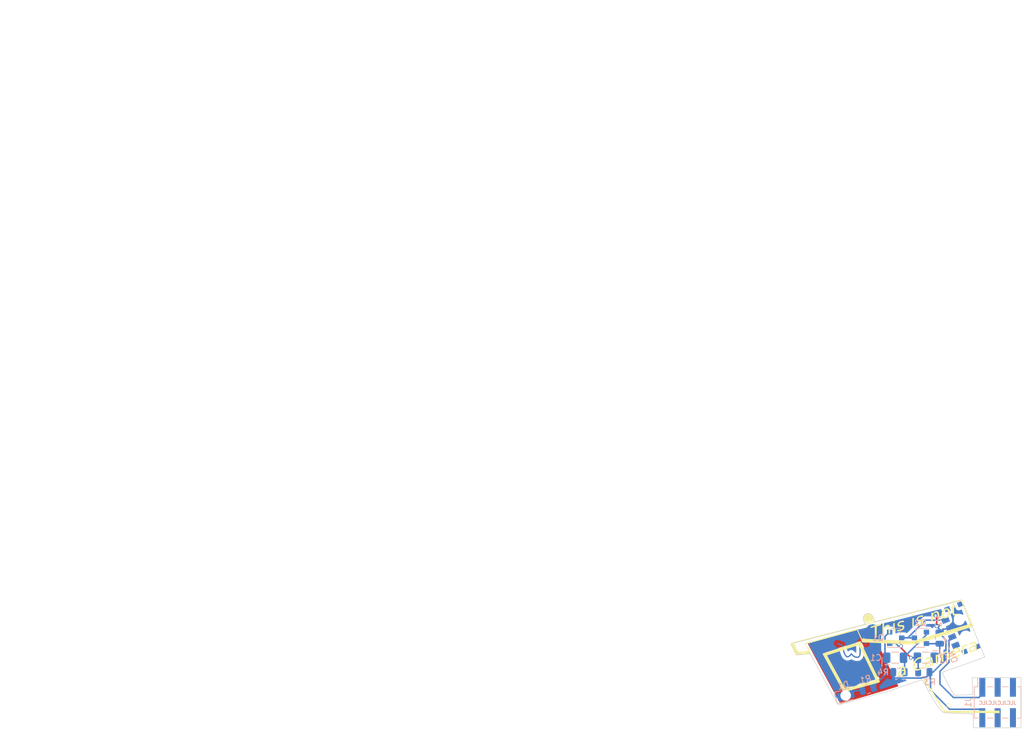
<source format=kicad_pcb>
(kicad_pcb (version 20171130) (host pcbnew 5.1.2)

  (general
    (thickness 1.6)
    (drawings 169)
    (tracks 70)
    (zones 0)
    (modules 14)
    (nets 14)
  )

  (page A4)
  (layers
    (0 F.Cu signal)
    (31 B.Cu signal)
    (32 B.Adhes user hide)
    (33 F.Adhes user)
    (34 B.Paste user)
    (35 F.Paste user)
    (36 B.SilkS user)
    (37 F.SilkS user)
    (38 B.Mask user hide)
    (39 F.Mask user)
    (40 Dwgs.User user)
    (41 Cmts.User user hide)
    (42 Eco1.User user hide)
    (43 Eco2.User user hide)
    (44 Edge.Cuts user)
    (45 Margin user hide)
    (46 B.CrtYd user)
    (47 F.CrtYd user hide)
    (48 B.Fab user hide)
    (49 F.Fab user)
  )

  (setup
    (last_trace_width 0.25)
    (trace_clearance 0.15)
    (zone_clearance 0.508)
    (zone_45_only no)
    (trace_min 0.2)
    (via_size 0.6)
    (via_drill 0.4)
    (via_min_size 0.4)
    (via_min_drill 0.3)
    (uvia_size 0.3)
    (uvia_drill 0.1)
    (uvias_allowed no)
    (uvia_min_size 0.2)
    (uvia_min_drill 0.1)
    (edge_width 0.15)
    (segment_width 0.2)
    (pcb_text_width 0.3)
    (pcb_text_size 1.5 1.5)
    (mod_edge_width 0.15)
    (mod_text_size 1 1)
    (mod_text_width 0.15)
    (pad_size 1.524 1.524)
    (pad_drill 0.762)
    (pad_to_mask_clearance 0.2)
    (aux_axis_origin 0 0)
    (visible_elements FFFFFF7F)
    (pcbplotparams
      (layerselection 0x010f0_ffffffff)
      (usegerberextensions false)
      (usegerberattributes false)
      (usegerberadvancedattributes false)
      (creategerberjobfile false)
      (excludeedgelayer true)
      (linewidth 0.100000)
      (plotframeref false)
      (viasonmask false)
      (mode 1)
      (useauxorigin false)
      (hpglpennumber 1)
      (hpglpenspeed 20)
      (hpglpendiameter 15.000000)
      (psnegative false)
      (psa4output false)
      (plotreference true)
      (plotvalue true)
      (plotinvisibletext false)
      (padsonsilk false)
      (subtractmaskfromsilk false)
      (outputformat 1)
      (mirror false)
      (drillshape 0)
      (scaleselection 1)
      (outputdirectory "gerbers/"))
  )

  (net 0 "")
  (net 1 VCC)
  (net 2 +3V3)
  (net 3 VSS)
  (net 4 "Net-(J1-Pad3)")
  (net 5 "Net-(J1-Pad4)")
  (net 6 "Net-(J1-Pad5)")
  (net 7 "Net-(J1-Pad6)")
  (net 8 "Net-(SW1-Pad1)")
  (net 9 "Net-(C1-Pad1)")
  (net 10 "Net-(C1-Pad2)")
  (net 11 "Net-(C2-Pad2)")
  (net 12 "Net-(C2-Pad1)")
  (net 13 "Net-(D1-Pad2)")

  (net_class Default "This is the default net class."
    (clearance 0.15)
    (trace_width 0.25)
    (via_dia 0.6)
    (via_drill 0.4)
    (uvia_dia 0.3)
    (uvia_drill 0.1)
    (add_net +3V3)
    (add_net "Net-(C1-Pad1)")
    (add_net "Net-(C1-Pad2)")
    (add_net "Net-(C2-Pad1)")
    (add_net "Net-(C2-Pad2)")
    (add_net "Net-(D1-Pad2)")
    (add_net "Net-(J1-Pad3)")
    (add_net "Net-(J1-Pad4)")
    (add_net "Net-(J1-Pad5)")
    (add_net "Net-(J1-Pad6)")
    (add_net "Net-(SW1-Pad1)")
    (add_net VCC)
    (add_net VSS)
  )

  (module NFCBuisness:W (layer B.Cu) (tedit 0) (tstamp 5D1AAE24)
    (at 138.4 107.4 180)
    (fp_text reference Ref** (at 0 0) (layer B.SilkS) hide
      (effects (font (size 1.27 1.27) (thickness 0.15)) (justify mirror))
    )
    (fp_text value Val** (at 0 0) (layer B.SilkS) hide
      (effects (font (size 1.27 1.27) (thickness 0.15)) (justify mirror))
    )
    (fp_poly (pts (xy -1.630587 2.420899) (xy -1.447524 2.328559) (xy -1.311592 2.194757) (xy -1.304211 2.183555)
      (xy -1.265704 2.11344) (xy -1.244213 2.038839) (xy -1.23774 1.938094) (xy -1.244287 1.789546)
      (xy -1.255088 1.651) (xy -1.268682 1.442824) (xy -1.279873 1.184894) (xy -1.287394 0.912114)
      (xy -1.289962 0.690936) (xy -1.289221 0.458958) (xy -1.284387 0.294975) (xy -1.273305 0.182336)
      (xy -1.25382 0.10439) (xy -1.223775 0.044488) (xy -1.202268 0.013603) (xy -1.116398 -0.071274)
      (xy -1.002822 -0.111004) (xy -0.929984 -0.119227) (xy -0.68211 -0.100096) (xy -0.454281 -0.00289)
      (xy -0.240656 0.175182) (xy -0.185776 0.236175) (xy -0.081108 0.349759) (xy 0.009066 0.431822)
      (xy 0.066141 0.465547) (xy 0.068112 0.465666) (xy 0.123755 0.432548) (xy 0.197182 0.348904)
      (xy 0.229505 0.301607) (xy 0.376869 0.110873) (xy 0.526913 -0.003226) (xy 0.674284 -0.03902)
      (xy 0.813631 0.005163) (xy 0.907971 0.089777) (xy 0.988653 0.198585) (xy 1.058934 0.326542)
      (xy 1.126082 0.490779) (xy 1.197364 0.708426) (xy 1.255985 0.910166) (xy 1.31545 1.12099)
      (xy 1.377683 1.340443) (xy 1.431333 1.528529) (xy 1.442246 1.566558) (xy 1.521416 1.84195)
      (xy 1.949565 2.005418) (xy 2.167567 2.084028) (xy 2.315998 2.126297) (xy 2.401001 2.133773)
      (xy 2.422145 2.124455) (xy 2.452677 2.065526) (xy 2.41974 2.005855) (xy 2.317286 1.940366)
      (xy 2.13927 1.863979) (xy 2.089887 1.8454) (xy 1.930263 1.78316) (xy 1.799296 1.726134)
      (xy 1.71927 1.684217) (xy 1.708527 1.676067) (xy 1.680315 1.619963) (xy 1.636526 1.498254)
      (xy 1.582553 1.327363) (xy 1.52379 1.123712) (xy 1.507251 1.063196) (xy 1.396737 0.68139)
      (xy 1.290651 0.376432) (xy 1.184846 0.140938) (xy 1.075173 -0.032475) (xy 0.957485 -0.15119)
      (xy 0.827635 -0.222591) (xy 0.776069 -0.238398) (xy 0.602379 -0.241191) (xy 0.418574 -0.174646)
      (xy 0.246259 -0.047924) (xy 0.192569 0.009056) (xy 0.041511 0.185533) (xy -0.128458 0.008645)
      (xy -0.312966 -0.157866) (xy -0.496288 -0.260737) (xy -0.709082 -0.314778) (xy -0.823587 -0.327186)
      (xy -0.981029 -0.333485) (xy -1.090094 -0.317957) (xy -1.185756 -0.27362) (xy -1.227666 -0.246552)
      (xy -1.355913 -0.118677) (xy -1.447302 0.068507) (xy -1.502345 0.318683) (xy -1.521551 0.635539)
      (xy -1.505431 1.022758) (xy -1.460818 1.436924) (xy -1.432055 1.688127) (xy -1.424811 1.871541)
      (xy -1.442863 2.002167) (xy -1.489991 2.095003) (xy -1.569973 2.165049) (xy -1.656298 2.212878)
      (xy -1.801342 2.257899) (xy -1.939703 2.239415) (xy -2.087459 2.15265) (xy -2.203421 2.05035)
      (xy -2.298884 1.96489) (xy -2.361491 1.934189) (xy -2.413708 1.94891) (xy -2.426473 1.957639)
      (xy -2.473927 2.002339) (xy -2.467648 2.051331) (xy -2.429475 2.110518) (xy -2.32004 2.223928)
      (xy -2.167499 2.330713) (xy -2.002595 2.413218) (xy -1.856072 2.453788) (xy -1.829026 2.455333)
      (xy -1.630587 2.420899)) (layer B.Cu) (width 0.01))
  )

  (module Tests:LED_0805_ReverseWithHole (layer B.Cu) (tedit 5D1A51F9) (tstamp 5D1A5388)
    (at 137.405555 113.957357 15)
    (descr "LED SMD 0805 (2012 Metric), square (rectangular) end terminal, IPC_7351 nominal, (Body size source: https://docs.google.com/spreadsheets/d/1BsfQQcO9C6DZCsRaXUlFlo91Tg2WpOkGARC1WS5S8t0/edit?usp=sharing), generated with kicad-footprint-generator")
    (tags diode)
    (path /5D1613A2)
    (attr smd)
    (fp_text reference D1 (at 0.03722 -1.705849 15) (layer B.SilkS)
      (effects (font (size 1 1) (thickness 0.15)) (justify mirror))
    )
    (fp_text value LED (at 0.000001 -1.65 15) (layer B.Fab)
      (effects (font (size 1 1) (thickness 0.15)) (justify mirror))
    )
    (fp_line (start 1 0.6) (end -0.7 0.6) (layer B.Fab) (width 0.1))
    (fp_line (start -0.7 0.6) (end -1 0.3) (layer B.Fab) (width 0.1))
    (fp_line (start -1 0.3) (end -1 -0.6) (layer B.Fab) (width 0.1))
    (fp_line (start -1 -0.6) (end 1 -0.6) (layer B.Fab) (width 0.1))
    (fp_line (start 1 -0.6) (end 1 0.6) (layer B.Fab) (width 0.1))
    (fp_line (start 1 0.96) (end -1.685 0.96) (layer B.SilkS) (width 0.12))
    (fp_line (start -1.685 0.96) (end -1.685 -0.96) (layer B.SilkS) (width 0.12))
    (fp_line (start -1.685 -0.96) (end 1 -0.96) (layer B.SilkS) (width 0.12))
    (fp_line (start -1.68 -0.95) (end -1.68 0.95) (layer B.CrtYd) (width 0.05))
    (fp_line (start -1.68 0.95) (end 1.68 0.95) (layer B.CrtYd) (width 0.05))
    (fp_line (start 1.68 0.95) (end 1.68 -0.95) (layer B.CrtYd) (width 0.05))
    (fp_line (start 1.68 -0.95) (end -1.68 -0.95) (layer B.CrtYd) (width 0.05))
    (fp_text user %R (at 0 0 15) (layer B.Fab)
      (effects (font (size 0.5 0.5) (thickness 0.08)) (justify mirror))
    )
    (pad 1 smd roundrect (at -0.9375 0 15) (size 0.975 1.4) (layers B.Cu B.Paste B.Mask) (roundrect_rratio 0.25)
      (net 3 VSS))
    (pad 2 smd roundrect (at 0.9375 0 15) (size 0.975 1.4) (layers B.Cu B.Paste B.Mask) (roundrect_rratio 0.25)
      (net 13 "Net-(D1-Pad2)"))
    (pad 3 thru_hole circle (at 0 0 15) (size 1.75 1.75) (drill 1.75) (layers *.Cu *.Mask))
    (model ${KISYS3DMOD}/LED_SMD.3dshapes/LED_0805_2012Metric.wrl
      (at (xyz 0 0 0))
      (scale (xyz 1 1 1))
      (rotate (xyz 0 0 0))
    )
  )

  (module NotCamera:Camera (layer F.Cu) (tedit 0) (tstamp 5CF33A08)
    (at 144.06 109.46)
    (fp_text reference Ref** (at 0 0) (layer F.SilkS) hide
      (effects (font (size 1.27 1.27) (thickness 0.15)))
    )
    (fp_text value Val** (at 0 0) (layer F.SilkS) hide
      (effects (font (size 1.27 1.27) (thickness 0.15)))
    )
    (fp_poly (pts (xy 11.295095 -10.672231) (xy 11.301761 -10.574817) (xy 11.303 -10.498666) (xy 11.308711 -10.378008)
      (xy 11.323312 -10.301579) (xy 11.33475 -10.287458) (xy 11.390545 -10.299135) (xy 11.498181 -10.328468)
      (xy 11.574312 -10.350958) (xy 11.723317 -10.393953) (xy 11.808017 -10.408584) (xy 11.844495 -10.393071)
      (xy 11.848833 -10.345631) (xy 11.845694 -10.320885) (xy 11.820614 -10.262905) (xy 11.75307 -10.215413)
      (xy 11.625482 -10.16761) (xy 11.567584 -10.150037) (xy 11.303 -10.072304) (xy 11.303578 -9.639902)
      (xy 11.305477 -9.395328) (xy 11.313379 -9.223472) (xy 11.331733 -9.112403) (xy 11.364986 -9.050186)
      (xy 11.417588 -9.024889) (xy 11.493988 -9.024578) (xy 11.531445 -9.028682) (xy 11.662115 -9.049982)
      (xy 11.766702 -9.07588) (xy 11.782624 -9.081647) (xy 11.836317 -9.091768) (xy 11.850439 -9.046795)
      (xy 11.846124 -8.993595) (xy 11.827164 -8.919167) (xy 11.777223 -8.871596) (xy 11.67397 -8.833625)
      (xy 11.6205 -8.819255) (xy 11.423175 -8.776321) (xy 11.287297 -8.767366) (xy 11.197134 -8.791549)
      (xy 11.189232 -8.79626) (xy 11.127941 -8.86819) (xy 11.085172 -8.998805) (xy 11.059448 -9.195857)
      (xy 11.049293 -9.4671) (xy 11.049 -9.532693) (xy 11.048186 -9.736414) (xy 11.043982 -9.869382)
      (xy 11.033745 -9.945508) (xy 11.014834 -9.978701) (xy 10.984605 -9.982873) (xy 10.964334 -9.9784)
      (xy 10.89952 -9.978863) (xy 10.879898 -10.040903) (xy 10.879667 -10.055277) (xy 10.913459 -10.149361)
      (xy 10.964334 -10.181166) (xy 11.016579 -10.213161) (xy 11.042011 -10.28128) (xy 11.048986 -10.408888)
      (xy 11.049 -10.4179) (xy 11.054163 -10.546834) (xy 11.077298 -10.61788) (xy 11.129876 -10.657568)
      (xy 11.157589 -10.669048) (xy 11.243535 -10.699448) (xy 11.284589 -10.710333) (xy 11.295095 -10.672231)) (layer F.SilkS) (width 0.01))
    (fp_poly (pts (xy 4.644753 -8.999065) (xy 4.656195 -8.933034) (xy 4.656667 -8.852604) (xy 4.647266 -8.739433)
      (xy 4.610062 -8.682795) (xy 4.561417 -8.662682) (xy 4.459267 -8.641482) (xy 4.414169 -8.66401)
      (xy 4.402914 -8.748176) (xy 4.402667 -8.785214) (xy 4.415536 -8.895123) (xy 4.466364 -8.954825)
      (xy 4.511256 -8.975714) (xy 4.602984 -9.007752) (xy 4.644753 -8.999065)) (layer F.SilkS) (width 0.01))
    (fp_poly (pts (xy 10.289396 -9.939045) (xy 10.385361 -9.902066) (xy 10.464824 -9.831916) (xy 10.54691 -9.726106)
      (xy 10.60138 -9.623704) (xy 10.604223 -9.615128) (xy 10.626952 -9.472153) (xy 10.630399 -9.285619)
      (xy 10.616316 -9.092695) (xy 10.586457 -8.930553) (xy 10.569571 -8.880424) (xy 10.447141 -8.668819)
      (xy 10.281208 -8.495002) (xy 10.087539 -8.367292) (xy 9.8819 -8.294009) (xy 9.680056 -8.283473)
      (xy 9.525 -8.329187) (xy 9.38046 -8.445725) (xy 9.283097 -8.616863) (xy 9.233968 -8.826196)
      (xy 9.234034 -8.921036) (xy 9.500302 -8.921036) (xy 9.522688 -8.810083) (xy 9.602962 -8.633128)
      (xy 9.715776 -8.534131) (xy 9.858942 -8.513958) (xy 10.030273 -8.573472) (xy 10.06763 -8.594954)
      (xy 10.204447 -8.722036) (xy 10.302319 -8.899007) (xy 10.357428 -9.102986) (xy 10.365956 -9.311091)
      (xy 10.324085 -9.500443) (xy 10.241157 -9.634847) (xy 10.149196 -9.710538) (xy 10.049502 -9.727303)
      (xy 9.99518 -9.720864) (xy 9.82257 -9.652995) (xy 9.677249 -9.52071) (xy 9.568745 -9.342377)
      (xy 9.506586 -9.136363) (xy 9.500302 -8.921036) (xy 9.234034 -8.921036) (xy 9.23413 -9.057323)
      (xy 9.284638 -9.29384) (xy 9.38655 -9.519345) (xy 9.442897 -9.604079) (xy 9.596784 -9.752515)
      (xy 9.801381 -9.868756) (xy 10.024329 -9.936987) (xy 10.147226 -9.948333) (xy 10.289396 -9.939045)) (layer F.SilkS) (width 0.01))
    (fp_poly (pts (xy 1.473709 -8.078791) (xy 1.481528 -7.994116) (xy 1.481667 -7.959535) (xy 1.462093 -7.82979)
      (xy 1.394986 -7.763555) (xy 1.285149 -7.747) (xy 1.24339 -7.771661) (xy 1.232889 -7.85612)
      (xy 1.235695 -7.902949) (xy 1.256311 -8.012969) (xy 1.307186 -8.068744) (xy 1.36525 -8.089787)
      (xy 1.440895 -8.10403) (xy 1.473709 -8.078791)) (layer F.SilkS) (width 0.01))
    (fp_poly (pts (xy 8.605601 -9.447913) (xy 8.731761 -9.349686) (xy 8.737601 -9.342061) (xy 8.77405 -9.284233)
      (xy 8.799891 -9.214337) (xy 8.817486 -9.116293) (xy 8.829201 -8.974018) (xy 8.8374 -8.77143)
      (xy 8.841018 -8.638491) (xy 8.855536 -8.054359) (xy 8.729392 -8.010385) (xy 8.603247 -7.966411)
      (xy 8.586813 -8.52881) (xy 8.576418 -8.789083) (xy 8.559958 -8.976357) (xy 8.533167 -9.102281)
      (xy 8.491778 -9.178506) (xy 8.431521 -9.21668) (xy 8.348131 -9.228452) (xy 8.330432 -9.228666)
      (xy 8.150588 -9.18896) (xy 7.988049 -9.079778) (xy 7.890321 -8.958345) (xy 7.854464 -8.882038)
      (xy 7.828409 -8.779546) (xy 7.809727 -8.634536) (xy 7.79599 -8.430672) (xy 7.789334 -8.279079)
      (xy 7.768167 -7.731659) (xy 7.65175 -7.700657) (xy 7.535334 -7.669655) (xy 7.535334 -8.444632)
      (xy 7.536197 -8.723044) (xy 7.539418 -8.928128) (xy 7.545944 -9.071213) (xy 7.556723 -9.163627)
      (xy 7.572702 -9.216697) (xy 7.594828 -9.24175) (xy 7.602296 -9.245304) (xy 7.718748 -9.269774)
      (xy 7.779241 -9.231551) (xy 7.789334 -9.176899) (xy 7.793811 -9.123089) (xy 7.817445 -9.121686)
      (xy 7.875533 -9.177503) (xy 7.909929 -9.214833) (xy 8.081404 -9.362221) (xy 8.264874 -9.45179)
      (xy 8.444789 -9.481151) (xy 8.605601 -9.447913)) (layer F.SilkS) (width 0.01))
    (fp_poly (pts (xy 6.103481 -8.788659) (xy 6.160332 -8.754113) (xy 6.179887 -8.682078) (xy 6.180667 -8.654668)
      (xy 6.173406 -8.593208) (xy 6.137194 -8.562604) (xy 6.050388 -8.552245) (xy 5.969857 -8.551333)
      (xy 5.732303 -8.528267) (xy 5.540988 -8.463229) (xy 5.406531 -8.36246) (xy 5.339553 -8.232203)
      (xy 5.334 -8.177645) (xy 5.347588 -8.116203) (xy 5.397463 -8.07628) (xy 5.497288 -8.053719)
      (xy 5.660728 -8.044361) (xy 5.775401 -8.043333) (xy 5.982361 -8.031473) (xy 6.119104 -7.990441)
      (xy 6.197439 -7.912058) (xy 6.229172 -7.788147) (xy 6.231467 -7.727436) (xy 6.199588 -7.550879)
      (xy 6.098445 -7.39198) (xy 5.957637 -7.264774) (xy 5.820721 -7.187245) (xy 5.633716 -7.114994)
      (xy 5.431022 -7.058774) (xy 5.247038 -7.029339) (xy 5.198106 -7.027333) (xy 5.114215 -7.038945)
      (xy 5.083351 -7.091503) (xy 5.08 -7.154333) (xy 5.083682 -7.226059) (xy 5.108394 -7.26392)
      (xy 5.174638 -7.278737) (xy 5.302915 -7.28133) (xy 5.320635 -7.281333) (xy 5.526387 -7.301235)
      (xy 5.711469 -7.355221) (xy 5.856447 -7.434716) (xy 5.941888 -7.53114) (xy 5.95256 -7.560259)
      (xy 5.968886 -7.668925) (xy 5.94356 -7.737331) (xy 5.864288 -7.774181) (xy 5.718774 -7.788174)
      (xy 5.628879 -7.789333) (xy 5.397022 -7.80044) (xy 5.236903 -7.838008) (xy 5.138008 -7.908403)
      (xy 5.089828 -8.017994) (xy 5.080648 -8.121468) (xy 5.119905 -8.314513) (xy 5.234619 -8.483607)
      (xy 5.41742 -8.622354) (xy 5.66094 -8.724358) (xy 5.819514 -8.762751) (xy 5.99474 -8.790082)
      (xy 6.103481 -8.788659)) (layer F.SilkS) (width 0.01))
    (fp_poly (pts (xy 4.615744 -8.358204) (xy 4.637238 -8.294444) (xy 4.649473 -8.181484) (xy 4.655057 -8.00912)
      (xy 4.656598 -7.76715) (xy 4.656667 -7.624529) (xy 4.655773 -7.349601) (xy 4.65244 -7.14787)
      (xy 4.645688 -7.00788) (xy 4.634536 -6.918173) (xy 4.618006 -6.867293) (xy 4.595118 -6.843783)
      (xy 4.589704 -6.841362) (xy 4.524787 -6.818735) (xy 4.476951 -6.814701) (xy 4.44359 -6.839463)
      (xy 4.422096 -6.903222) (xy 4.40986 -7.016182) (xy 4.404276 -7.188546) (xy 4.402736 -7.430516)
      (xy 4.402667 -7.573137) (xy 4.40356 -7.848065) (xy 4.406893 -8.049796) (xy 4.413646 -8.189786)
      (xy 4.424798 -8.279493) (xy 4.441328 -8.330373) (xy 4.464216 -8.353883) (xy 4.469629 -8.356304)
      (xy 4.534547 -8.378931) (xy 4.582383 -8.382965) (xy 4.615744 -8.358204)) (layer F.SilkS) (width 0.01))
    (fp_poly (pts (xy 2.972896 -7.904054) (xy 3.002604 -7.849681) (xy 3.005667 -7.789333) (xy 3.001416 -7.715477)
      (xy 2.974447 -7.677808) (xy 2.903436 -7.664134) (xy 2.783417 -7.662267) (xy 2.551481 -7.634151)
      (xy 2.35994 -7.554998) (xy 2.225285 -7.432381) (xy 2.202191 -7.39536) (xy 2.162454 -7.309101)
      (xy 2.170847 -7.25856) (xy 2.216103 -7.218299) (xy 2.32104 -7.181244) (xy 2.507211 -7.165994)
      (xy 2.612752 -7.166134) (xy 2.77982 -7.166624) (xy 2.885175 -7.156709) (xy 2.95162 -7.131106)
      (xy 3.001955 -7.084532) (xy 3.010733 -7.073922) (xy 3.077531 -6.929633) (xy 3.07599 -6.76358)
      (xy 3.012137 -6.594475) (xy 2.891996 -6.441035) (xy 2.778851 -6.353719) (xy 2.636879 -6.28602)
      (xy 2.447538 -6.221009) (xy 2.24742 -6.169115) (xy 2.073119 -6.140767) (xy 2.023106 -6.138333)
      (xy 1.939215 -6.149945) (xy 1.908351 -6.202503) (xy 1.905 -6.265333) (xy 1.90856 -6.336579)
      (xy 1.932785 -6.374472) (xy 1.997992 -6.389544) (xy 2.124498 -6.392325) (xy 2.15003 -6.392333)
      (xy 2.369522 -6.41507) (xy 2.565011 -6.477352) (xy 2.717304 -6.570285) (xy 2.807208 -6.684973)
      (xy 2.812787 -6.699468) (xy 2.831218 -6.800256) (xy 2.797117 -6.864385) (xy 2.701105 -6.897741)
      (xy 2.533801 -6.906209) (xy 2.484843 -6.905272) (xy 2.322384 -6.907951) (xy 2.178469 -6.922527)
      (xy 2.100819 -6.940644) (xy 1.988764 -7.022224) (xy 1.932767 -7.14795) (xy 1.931741 -7.299496)
      (xy 1.984599 -7.458533) (xy 2.090255 -7.606737) (xy 2.143227 -7.655746) (xy 2.292232 -7.748119)
      (xy 2.489282 -7.830806) (xy 2.69781 -7.891081) (xy 2.881246 -7.916218) (xy 2.892027 -7.916333)
      (xy 2.972896 -7.904054)) (layer F.SilkS) (width 0.01))
    (fp_poly (pts (xy 1.481667 -6.754494) (xy 1.480806 -6.475793) (xy 1.477594 -6.27043) (xy 1.471086 -6.127088)
      (xy 1.460337 -6.034449) (xy 1.444403 -5.981197) (xy 1.422339 -5.956013) (xy 1.414704 -5.952362)
      (xy 1.3498 -5.929739) (xy 1.30197 -5.925699) (xy 1.268609 -5.950444) (xy 1.247111 -6.014174)
      (xy 1.234871 -6.127092) (xy 1.229281 -6.299396) (xy 1.227736 -6.541288) (xy 1.227667 -6.684525)
      (xy 1.227667 -7.442384) (xy 1.354667 -7.486656) (xy 1.481667 -7.530929) (xy 1.481667 -6.754494)) (layer F.SilkS) (width 0.01))
    (fp_poly (pts (xy -0.312453 -7.573572) (xy -0.301501 -7.493965) (xy -0.296974 -7.352733) (xy -0.296333 -7.219114)
      (xy -0.296333 -6.80917) (xy -0.185457 -6.940939) (xy -0.010442 -7.098878) (xy 0.204699 -7.19478)
      (xy 0.307155 -7.218685) (xy 0.416658 -7.229491) (xy 0.497981 -7.201261) (xy 0.591096 -7.120083)
      (xy 0.591442 -7.119738) (xy 0.719667 -6.991513) (xy 0.719667 -6.378952) (xy 0.718426 -6.134388)
      (xy 0.713814 -5.961752) (xy 0.704497 -5.848327) (xy 0.689141 -5.781401) (xy 0.666412 -5.748257)
      (xy 0.652704 -5.740696) (xy 0.579816 -5.716352) (xy 0.528828 -5.716173) (xy 0.495836 -5.751422)
      (xy 0.476932 -5.83336) (xy 0.46821 -5.973251) (xy 0.465764 -6.182357) (xy 0.465667 -6.279939)
      (xy 0.464496 -6.512334) (xy 0.459692 -6.675227) (xy 0.449314 -6.783766) (xy 0.431423 -6.853098)
      (xy 0.404079 -6.898372) (xy 0.383843 -6.918927) (xy 0.272069 -6.968136) (xy 0.134011 -6.954755)
      (xy -0.010857 -6.887431) (xy -0.143064 -6.774811) (xy -0.233679 -6.644698) (xy -0.263827 -6.554879)
      (xy -0.283498 -6.415564) (xy -0.293891 -6.214347) (xy -0.296333 -5.997206) (xy -0.297005 -5.778235)
      (xy -0.300694 -5.629382) (xy -0.30991 -5.536101) (xy -0.327166 -5.483845) (xy -0.35497 -5.458066)
      (xy -0.391583 -5.445349) (xy -0.479453 -5.424904) (xy -0.518583 -5.419245) (xy -0.52718 -5.459545)
      (xy -0.534893 -5.573296) (xy -0.541393 -5.74928) (xy -0.546349 -5.976284) (xy -0.549432 -6.243093)
      (xy -0.550333 -6.498166) (xy -0.549682 -6.83479) (xy -0.547395 -7.095695) (xy -0.542977 -7.28982)
      (xy -0.53593 -7.426105) (xy -0.525756 -7.51349) (xy -0.511959 -7.560914) (xy -0.494042 -7.577318)
      (xy -0.490296 -7.577666) (xy -0.397203 -7.592517) (xy -0.363296 -7.603362) (xy -0.332246 -7.605417)
      (xy -0.312453 -7.573572)) (layer F.SilkS) (width 0.01))
    (fp_poly (pts (xy -0.804333 -7.276611) (xy -0.811692 -7.207431) (xy -0.846662 -7.161693) (xy -0.928585 -7.124486)
      (xy -1.04775 -7.088939) (xy -1.20004 -7.046091) (xy -1.33415 -7.007587) (xy -1.397 -6.989006)
      (xy -1.502833 -6.956832) (xy -1.514242 -6.039583) (xy -1.518021 -5.771191) (xy -1.522209 -5.533788)
      (xy -1.526519 -5.339548) (xy -1.530667 -5.200647) (xy -1.53437 -5.12926) (xy -1.535688 -5.122333)
      (xy -1.578722 -5.111935) (xy -1.670482 -5.086541) (xy -1.683029 -5.082955) (xy -1.820333 -5.043577)
      (xy -1.820333 -5.950788) (xy -1.821297 -6.217638) (xy -1.823993 -6.453431) (xy -1.828129 -6.645923)
      (xy -1.833412 -6.782873) (xy -1.839549 -6.852037) (xy -1.842036 -6.858) (xy -1.890488 -6.847469)
      (xy -1.998583 -6.819646) (xy -2.144468 -6.780186) (xy -2.169268 -6.773333) (xy -2.346423 -6.72492)
      (xy -2.456735 -6.699907) (xy -2.515056 -6.699459) (xy -2.536239 -6.724739) (xy -2.535136 -6.776911)
      (xy -2.532228 -6.801777) (xy -2.524508 -6.840319) (xy -2.504529 -6.873197) (xy -2.461862 -6.904651)
      (xy -2.386079 -6.938921) (xy -2.266752 -6.980246) (xy -2.093453 -7.032864) (xy -1.855752 -7.101017)
      (xy -1.661583 -7.155706) (xy -0.804333 -7.396524) (xy -0.804333 -7.276611)) (layer F.SilkS) (width 0.01))
    (fp_poly (pts (xy -2.785102 -9.082444) (xy -2.661586 -9.041475) (xy -2.512276 -8.948891) (xy -2.36236 -8.808666)
      (xy -2.242874 -8.651692) (xy -2.211713 -8.593666) (xy -2.151001 -8.456766) (xy -2.087253 -8.304237)
      (xy -2.028415 -8.156366) (xy -1.982433 -8.033445) (xy -1.957253 -7.955762) (xy -1.955449 -7.939296)
      (xy -1.998906 -7.926198) (xy -2.110224 -7.896757) (xy -2.274999 -7.854673) (xy -2.478833 -7.803645)
      (xy -2.6035 -7.772829) (xy -2.828861 -7.717113) (xy -3.029058 -7.66714) (xy -3.187812 -7.627011)
      (xy -3.288842 -7.600826) (xy -3.312792 -7.594193) (xy -3.387432 -7.60656) (xy -3.414326 -7.648831)
      (xy -3.444644 -7.728346) (xy -3.495157 -7.855108) (xy -3.541117 -7.967974) (xy -3.622581 -8.246919)
      (xy -3.626093 -8.495404) (xy -3.552307 -8.711361) (xy -3.401877 -8.892719) (xy -3.208436 -9.02112)
      (xy -2.995851 -9.092606) (xy -2.785102 -9.082444)) (layer F.SilkS) (width 0.01))
    (fp_poly (pts (xy 14.782263 -4.374163) (xy 14.90514 -4.278713) (xy 14.967565 -4.169826) (xy 14.992894 -4.072523)
      (xy 15.017868 -3.91295) (xy 15.039566 -3.713464) (xy 15.05475 -3.502433) (xy 15.082872 -2.9764)
      (xy 14.981519 -2.949278) (xy 14.876369 -2.925875) (xy 14.829037 -2.936754) (xy 14.816873 -2.989866)
      (xy 14.816667 -3.00714) (xy 14.808473 -3.048937) (xy 14.77584 -3.037845) (xy 14.706692 -2.967706)
      (xy 14.679745 -2.937334) (xy 14.566859 -2.829631) (xy 14.445816 -2.744196) (xy 14.405938 -2.724194)
      (xy 14.236257 -2.677018) (xy 14.069007 -2.669919) (xy 13.931838 -2.701881) (xy 13.871231 -2.743861)
      (xy 13.793527 -2.887005) (xy 13.770101 -3.067064) (xy 13.77293 -3.08349) (xy 14.033222 -3.08349)
      (xy 14.078862 -2.978892) (xy 14.178011 -2.924371) (xy 14.319354 -2.926448) (xy 14.479687 -2.985372)
      (xy 14.599461 -3.08681) (xy 14.698942 -3.241851) (xy 14.761443 -3.419504) (xy 14.774334 -3.532529)
      (xy 14.774334 -3.681764) (xy 14.553633 -3.594772) (xy 14.342752 -3.504398) (xy 14.199469 -3.422909)
      (xy 14.10901 -3.339604) (xy 14.056603 -3.243779) (xy 14.052404 -3.231644) (xy 14.033222 -3.08349)
      (xy 13.77293 -3.08349) (xy 13.798494 -3.231918) (xy 13.897982 -3.407977) (xy 14.069286 -3.569651)
      (xy 14.299645 -3.706466) (xy 14.453603 -3.769708) (xy 14.630408 -3.839503) (xy 14.731451 -3.901208)
      (xy 14.764012 -3.963242) (xy 14.735372 -4.034026) (xy 14.709407 -4.065577) (xy 14.596352 -4.130557)
      (xy 14.438737 -4.136698) (xy 14.250145 -4.086706) (xy 14.044159 -3.983287) (xy 13.93825 -3.91192)
      (xy 13.871825 -3.86866) (xy 13.846822 -3.885102) (xy 13.843 -3.971241) (xy 13.849708 -4.039552)
      (xy 13.880259 -4.093506) (xy 13.950295 -4.147619) (xy 14.075458 -4.216412) (xy 14.145021 -4.251572)
      (xy 14.404904 -4.360324) (xy 14.616418 -4.401278) (xy 14.782263 -4.374163)) (layer F.SilkS) (width 0.01))
    (fp_poly (pts (xy 13.54355 -4.00954) (xy 13.546667 -3.943216) (xy 13.532426 -3.849312) (xy 13.47231 -3.803204)
      (xy 13.418653 -3.78861) (xy 13.297405 -3.741088) (xy 13.175625 -3.663554) (xy 13.167479 -3.656861)
      (xy 13.073555 -3.559014) (xy 13.010028 -3.440895) (xy 12.973552 -3.287367) (xy 12.960782 -3.083291)
      (xy 12.968373 -2.813529) (xy 12.97099 -2.767656) (xy 12.982414 -2.560045) (xy 12.986012 -2.420971)
      (xy 12.980109 -2.334526) (xy 12.96303 -2.284805) (xy 12.933098 -2.2559) (xy 12.916036 -2.246005)
      (xy 12.830244 -2.209701) (xy 12.777646 -2.222315) (xy 12.746944 -2.295698) (xy 12.72684 -2.441699)
      (xy 12.726536 -2.44475) (xy 12.714537 -2.58674) (xy 12.700473 -2.785243) (xy 12.686228 -3.012197)
      (xy 12.675411 -3.206035) (xy 12.648397 -3.723904) (xy 12.761621 -3.766952) (xy 12.859431 -3.80137)
      (xy 12.901623 -3.797673) (xy 12.911774 -3.747685) (xy 12.912136 -3.71475) (xy 12.917092 -3.661079)
      (xy 12.940418 -3.662856) (xy 12.995979 -3.725547) (xy 13.021695 -3.757922) (xy 13.196989 -3.922233)
      (xy 13.426946 -4.032503) (xy 13.451417 -4.040323) (xy 13.518388 -4.05047) (xy 13.54355 -4.00954)) (layer F.SilkS) (width 0.01))
    (fp_poly (pts (xy 12.585257 -11.428995) (xy 12.60535 -11.387114) (xy 12.655634 -11.275754) (xy 12.73251 -11.103067)
      (xy 12.832376 -10.877207) (xy 12.951634 -10.606326) (xy 13.086682 -10.298576) (xy 13.233921 -9.962109)
      (xy 13.313891 -9.779) (xy 13.478355 -9.402988) (xy 13.643083 -9.027882) (xy 13.802612 -8.666014)
      (xy 13.951479 -8.329722) (xy 14.084221 -8.03134) (xy 14.195374 -7.783204) (xy 14.279475 -7.597649)
      (xy 14.293944 -7.566147) (xy 14.387239 -7.362584) (xy 14.466467 -7.187519) (xy 14.525483 -7.054707)
      (xy 14.55814 -6.977902) (xy 14.562667 -6.964718) (xy 14.557518 -6.959124) (xy 14.539424 -6.950006)
      (xy 14.504417 -6.93614) (xy 14.448529 -6.916303) (xy 14.367791 -6.889271) (xy 14.258234 -6.853819)
      (xy 14.115889 -6.808726) (xy 13.936789 -6.752766) (xy 13.716964 -6.684717) (xy 13.452446 -6.603354)
      (xy 13.139266 -6.507454) (xy 12.773456 -6.395794) (xy 12.351047 -6.267149) (xy 11.868071 -6.120296)
      (xy 11.320558 -5.954012) (xy 10.70454 -5.767072) (xy 10.016049 -5.558254) (xy 9.251116 -5.326333)
      (xy 9.122834 -5.287444) (xy 8.532564 -5.108722) (xy 7.963234 -4.936758) (xy 7.420298 -4.773177)
      (xy 6.909208 -4.619604) (xy 6.43542 -4.477664) (xy 6.004385 -4.348981) (xy 5.621559 -4.235181)
      (xy 5.292394 -4.137888) (xy 5.022345 -4.058727) (xy 4.816864 -3.999323) (xy 4.681407 -3.9613)
      (xy 4.621426 -3.946284) (xy 4.621176 -3.946249) (xy 4.554449 -3.942269) (xy 4.435331 -3.941901)
      (xy 4.259986 -3.945293) (xy 4.024581 -3.952595) (xy 3.725278 -3.963956) (xy 3.358242 -3.979526)
      (xy 2.919638 -3.999453) (xy 2.40563 -4.023889) (xy 1.812383 -4.052981) (xy 1.566334 -4.06524)
      (xy 1.395027 -4.073654) (xy 1.161979 -4.084873) (xy 0.875857 -4.098493) (xy 0.54533 -4.114114)
      (xy 0.179067 -4.131333) (xy -0.214265 -4.149751) (xy -0.625997 -4.168963) (xy -1.047459 -4.18857)
      (xy -1.469985 -4.20817) (xy -1.884906 -4.227361) (xy -2.283553 -4.245741) (xy -2.657257 -4.262908)
      (xy -2.997351 -4.278463) (xy -3.295166 -4.292001) (xy -3.542034 -4.303123) (xy -3.729286 -4.311426)
      (xy -3.848253 -4.316509) (xy -3.889567 -4.318) (xy -3.921194 -4.354598) (xy -3.96089 -4.446781)
      (xy -3.976627 -4.494996) (xy -4.023777 -4.631225) (xy -4.091063 -4.801096) (xy -4.146509 -4.928912)
      (xy -4.207148 -5.064308) (xy -4.291048 -5.254444) (xy -4.388087 -5.476253) (xy -4.488142 -5.706667)
      (xy -4.510033 -5.757333) (xy -4.597227 -5.959117) (xy -4.671702 -6.131031) (xy -4.727425 -6.259181)
      (xy -4.758362 -6.329672) (xy -4.762581 -6.338867) (xy -4.803222 -6.329512) (xy -4.918948 -6.299523)
      (xy -5.103199 -6.25069) (xy -5.349416 -6.184802) (xy -5.651041 -6.103648) (xy -6.001514 -6.00902)
      (xy -6.394276 -5.902706) (xy -6.822769 -5.786496) (xy -7.280434 -5.66218) (xy -7.760711 -5.531547)
      (xy -8.257042 -5.396388) (xy -8.762867 -5.258492) (xy -9.271629 -5.119649) (xy -9.776767 -4.981649)
      (xy -10.271723 -4.84628) (xy -10.749938 -4.715334) (xy -11.204853 -4.5906) (xy -11.62991 -4.473867)
      (xy -12.018548 -4.366926) (xy -12.364209 -4.271566) (xy -12.660335 -4.189576) (xy -12.900366 -4.122747)
      (xy -13.077743 -4.072868) (xy -13.185907 -4.041729) (xy -13.217795 -4.031695) (xy -13.242248 -4.011276)
      (xy -13.244883 -3.971225) (xy -13.221141 -3.900144) (xy -13.166464 -3.786631) (xy -13.076294 -3.619288)
      (xy -12.993729 -3.471333) (xy -12.788757 -3.130615) (xy -12.596658 -2.859816) (xy -12.457188 -2.699857)
      (xy -12.348606 -2.586002) (xy -12.270771 -2.496909) (xy -12.236586 -2.447619) (xy -12.236754 -2.442856)
      (xy -12.282173 -2.434363) (xy -12.399065 -2.418371) (xy -12.574706 -2.396316) (xy -12.796375 -2.369633)
      (xy -13.05135 -2.339757) (xy -13.326908 -2.308122) (xy -13.610328 -2.276166) (xy -13.888888 -2.245321)
      (xy -14.149865 -2.217025) (xy -14.380538 -2.192711) (xy -14.568184 -2.173816) (xy -14.700082 -2.161773)
      (xy -14.761965 -2.157986) (xy -14.841011 -2.188509) (xy -14.925208 -2.285332) (xy -14.971599 -2.360083)
      (xy -15.0413 -2.475536) (xy -15.096573 -2.557856) (xy -15.117719 -2.582464) (xy -15.148562 -2.630127)
      (xy -15.203652 -2.73992) (xy -15.276983 -2.89771) (xy -15.362551 -3.08936) (xy -15.454351 -3.300739)
      (xy -15.546377 -3.51771) (xy -15.632624 -3.726141) (xy -15.707088 -3.911898) (xy -15.763763 -4.060845)
      (xy -15.796643 -4.15885) (xy -15.801374 -4.191563) (xy -15.75836 -4.203968) (xy -15.746573 -4.207111)
      (xy -15.19285 -4.207111) (xy -15.186811 -4.161579) (xy -15.147831 -4.05551) (xy -15.082832 -3.903064)
      (xy -14.998735 -3.7184) (xy -14.902463 -3.515676) (xy -14.800936 -3.309053) (xy -14.701077 -3.112689)
      (xy -14.609808 -2.940743) (xy -14.534048 -2.807374) (xy -14.480722 -2.726742) (xy -14.460628 -2.709256)
      (xy -14.40579 -2.713671) (xy -14.280691 -2.726003) (xy -14.099217 -2.744814) (xy -13.875255 -2.768662)
      (xy -13.622691 -2.796107) (xy -13.610166 -2.797481) (xy -13.359276 -2.825607) (xy -13.138957 -2.851416)
      (xy -12.962382 -2.873273) (xy -12.84273 -2.889544) (xy -12.793174 -2.898594) (xy -12.792672 -2.898914)
      (xy -12.808022 -2.938156) (xy -12.858882 -3.038345) (xy -12.938597 -3.187004) (xy -13.040517 -3.371657)
      (xy -13.121452 -3.515548) (xy -13.234593 -3.718444) (xy -13.329459 -3.894755) (xy -13.399531 -4.031849)
      (xy -13.438288 -4.117094) (xy -13.443311 -4.139133) (xy -13.40057 -4.152868) (xy -13.281587 -4.187441)
      (xy -13.091784 -4.241348) (xy -12.836584 -4.313081) (xy -12.521409 -4.401134) (xy -12.15168 -4.504)
      (xy -11.732822 -4.620172) (xy -11.270255 -4.748144) (xy -10.769403 -4.886409) (xy -10.235687 -5.033461)
      (xy -9.67453 -5.187793) (xy -9.219864 -5.312641) (xy -8.637736 -5.472388) (xy -8.076517 -5.626412)
      (xy -7.541863 -5.77316) (xy -7.039429 -5.911081) (xy -6.574868 -6.03862) (xy -6.153837 -6.154225)
      (xy -5.781989 -6.256344) (xy -5.46498 -6.343424) (xy -5.208464 -6.413911) (xy -5.018097 -6.466253)
      (xy -4.899532 -6.498898) (xy -4.861318 -6.509469) (xy -4.706136 -6.552871) (xy -4.353944 -5.747786)
      (xy -4.246413 -5.505884) (xy -4.147967 -5.291752) (xy -4.064261 -5.117109) (xy -4.000954 -4.993676)
      (xy -3.963702 -4.933172) (xy -3.958793 -4.929128) (xy -3.91117 -4.925141) (xy -3.784932 -4.917387)
      (xy -3.58603 -4.906172) (xy -3.320418 -4.891804) (xy -2.994046 -4.874593) (xy -2.612869 -4.854844)
      (xy -2.182838 -4.832868) (xy -1.709906 -4.808971) (xy -1.200025 -4.783461) (xy -0.659149 -4.756646)
      (xy -0.093228 -4.728835) (xy 0.021167 -4.723242) (xy 0.596158 -4.695033) (xy 1.150678 -4.667592)
      (xy 1.678405 -4.641245) (xy 2.173018 -4.616319) (xy 2.628196 -4.593139) (xy 3.037618 -4.572032)
      (xy 3.394963 -4.553324) (xy 3.69391 -4.537341) (xy 3.928137 -4.52441) (xy 4.091325 -4.514856)
      (xy 4.17715 -4.509005) (xy 4.182638 -4.5085) (xy 4.22316 -4.506483) (xy 4.272803 -4.508815)
      (xy 4.336236 -4.516822) (xy 4.418131 -4.53183) (xy 4.523156 -4.555166) (xy 4.655982 -4.588155)
      (xy 4.821279 -4.632125) (xy 5.023717 -4.688401) (xy 5.267967 -4.75831) (xy 5.558698 -4.843179)
      (xy 5.900582 -4.944333) (xy 6.298287 -5.063099) (xy 6.756484 -5.200803) (xy 7.279843 -5.358772)
      (xy 7.873034 -5.538332) (xy 8.540728 -5.740809) (xy 8.818138 -5.825) (xy 9.417162 -6.006799)
      (xy 9.998805 -6.183266) (xy 10.557289 -6.352652) (xy 11.086837 -6.513206) (xy 11.581672 -6.663179)
      (xy 12.036017 -6.800822) (xy 12.444095 -6.924383) (xy 12.800129 -7.032115) (xy 13.098341 -7.122267)
      (xy 13.332955 -7.193089) (xy 13.498194 -7.242831) (xy 13.58828 -7.269745) (xy 13.589 -7.269957)
      (xy 13.754052 -7.32086) (xy 13.887749 -7.366317) (xy 13.969335 -7.399094) (xy 13.983002 -7.407278)
      (xy 13.973046 -7.450054) (xy 13.934188 -7.56167) (xy 13.870194 -7.732856) (xy 13.784829 -7.95434)
      (xy 13.681858 -8.216851) (xy 13.565047 -8.511119) (xy 13.43816 -8.827872) (xy 13.304964 -9.15784)
      (xy 13.169223 -9.491753) (xy 13.034703 -9.820338) (xy 12.905168 -10.134325) (xy 12.784385 -10.424444)
      (xy 12.676119 -10.681423) (xy 12.584135 -10.895992) (xy 12.512198 -11.05888) (xy 12.464074 -11.160815)
      (xy 12.446062 -11.191498) (xy 12.428749 -11.190818) (xy 12.381535 -11.182356) (xy 12.302662 -11.165666)
      (xy 12.190371 -11.140308) (xy 12.042903 -11.105836) (xy 11.858499 -11.061808) (xy 11.6354 -11.007781)
      (xy 11.371848 -10.943311) (xy 11.066082 -10.867955) (xy 10.716344 -10.78127) (xy 10.320876 -10.682813)
      (xy 9.877918 -10.572141) (xy 9.385712 -10.448809) (xy 8.842498 -10.312376) (xy 8.246518 -10.162397)
      (xy 7.596012 -9.99843) (xy 6.889222 -9.820031) (xy 6.124388 -9.626757) (xy 5.299753 -9.418164)
      (xy 4.413556 -9.193811) (xy 3.464039 -8.953252) (xy 2.449444 -8.696046) (xy 1.36801 -8.421748)
      (xy 0.217979 -8.129916) (xy -1.002407 -7.820106) (xy -2.294908 -7.491876) (xy -3.661283 -7.144781)
      (xy -5.10329 -6.778379) (xy -6.622689 -6.392226) (xy -8.221239 -5.985879) (xy -9.292166 -5.713615)
      (xy -9.810743 -5.581797) (xy -10.353366 -5.443916) (xy -10.906128 -5.303503) (xy -11.45512 -5.16409)
      (xy -11.986433 -5.029208) (xy -12.486158 -4.902387) (xy -12.940387 -4.787159) (xy -13.33521 -4.687055)
      (xy -13.546666 -4.633476) (xy -13.904194 -4.542687) (xy -14.235422 -4.458136) (xy -14.531512 -4.382111)
      (xy -14.783626 -4.316903) (xy -14.982925 -4.2648) (xy -15.120568 -4.228092) (xy -15.187718 -4.209069)
      (xy -15.19285 -4.207111) (xy -15.746573 -4.207111) (xy -15.636303 -4.236513) (xy -15.438203 -4.288426)
      (xy -15.167063 -4.358938) (xy -14.825885 -4.447279) (xy -14.417668 -4.552679) (xy -13.945415 -4.674368)
      (xy -13.412126 -4.811578) (xy -12.820804 -4.963537) (xy -12.174449 -5.129476) (xy -11.476063 -5.308625)
      (xy -10.728648 -5.500215) (xy -9.935203 -5.703476) (xy -9.098732 -5.917637) (xy -8.222234 -6.14193)
      (xy -7.308712 -6.375583) (xy -6.361167 -6.617828) (xy -5.382599 -6.867895) (xy -4.376011 -7.125013)
      (xy -3.344404 -7.388414) (xy -2.290779 -7.657326) (xy -1.947333 -7.744959) (xy -0.883701 -8.016337)
      (xy 0.160576 -8.282778) (xy 1.182403 -8.543493) (xy 2.17869 -8.797694) (xy 3.146342 -9.044592)
      (xy 4.082269 -9.283396) (xy 4.983376 -9.513318) (xy 5.846572 -9.73357) (xy 6.668763 -9.943361)
      (xy 7.446858 -10.141902) (xy 8.177764 -10.328405) (xy 8.858388 -10.502081) (xy 9.485638 -10.66214)
      (xy 10.05642 -10.807793) (xy 10.567643 -10.93825) (xy 11.016214 -11.052724) (xy 11.39904 -11.150425)
      (xy 11.713029 -11.230563) (xy 11.955088 -11.29235) (xy 12.122125 -11.334996) (xy 12.211046 -11.357712)
      (xy 12.221227 -11.360317) (xy 12.380717 -11.398478) (xy 12.505932 -11.423351) (xy 12.576833 -11.431155)
      (xy 12.585257 -11.428995)) (layer F.SilkS) (width 0.01))
    (fp_poly (pts (xy 12.058185 -3.390314) (xy 12.169191 -3.285775) (xy 12.253276 -3.111168) (xy 12.295794 -2.936048)
      (xy 12.324934 -2.760596) (xy 11.972717 -2.644504) (xy 11.69773 -2.552859) (xy 11.493443 -2.481639)
      (xy 11.349682 -2.426203) (xy 11.256277 -2.381911) (xy 11.203054 -2.344123) (xy 11.179841 -2.308197)
      (xy 11.176 -2.281034) (xy 11.213165 -2.172187) (xy 11.306485 -2.072328) (xy 11.428703 -2.004947)
      (xy 11.514102 -1.989666) (xy 11.699178 -2.020882) (xy 11.906028 -2.106268) (xy 12.091647 -2.22381)
      (xy 12.196541 -2.299508) (xy 12.251889 -2.320175) (xy 12.273333 -2.284804) (xy 12.276591 -2.211916)
      (xy 12.258574 -2.126432) (xy 12.193077 -2.05005) (xy 12.093272 -1.979739) (xy 11.811256 -1.830177)
      (xy 11.555946 -1.753369) (xy 11.33163 -1.75006) (xy 11.150654 -1.815975) (xy 11.032924 -1.929522)
      (xy 10.940312 -2.097109) (xy 10.887071 -2.288808) (xy 10.879667 -2.385006) (xy 10.908255 -2.606442)
      (xy 10.913133 -2.621436) (xy 11.170297 -2.621436) (xy 11.184312 -2.582578) (xy 11.186584 -2.58237)
      (xy 11.228275 -2.59568) (xy 11.332271 -2.631546) (xy 11.481186 -2.683923) (xy 11.599334 -2.72592)
      (xy 11.820323 -2.811811) (xy 11.958683 -2.882336) (xy 12.014989 -2.937794) (xy 12.015915 -2.941327)
      (xy 11.996594 -3.026282) (xy 11.927891 -3.119652) (xy 11.836497 -3.192693) (xy 11.759601 -3.217333)
      (xy 11.630644 -3.187438) (xy 11.481688 -3.111094) (xy 11.345186 -3.008316) (xy 11.259164 -2.908709)
      (xy 11.214056 -2.812974) (xy 11.182322 -2.707725) (xy 11.170297 -2.621436) (xy 10.913133 -2.621436)
      (xy 10.984256 -2.840035) (xy 11.093024 -3.044519) (xy 11.1324 -3.097115) (xy 11.294575 -3.246939)
      (xy 11.490362 -3.357838) (xy 11.698032 -3.422931) (xy 11.89586 -3.435337) (xy 12.058185 -3.390314)) (layer F.SilkS) (width 0.01))
    (fp_poly (pts (xy 10.24049 -2.861959) (xy 10.334886 -2.805928) (xy 10.405926 -2.701709) (xy 10.457583 -2.540437)
      (xy 10.493833 -2.313249) (xy 10.51865 -2.011281) (xy 10.520286 -1.983171) (xy 10.532158 -1.76158)
      (xy 10.53712 -1.609549) (xy 10.533729 -1.51215) (xy 10.520539 -1.454452) (xy 10.496107 -1.421527)
      (xy 10.463973 -1.401088) (xy 10.378905 -1.364147) (xy 10.336743 -1.354666) (xy 10.318324 -1.394153)
      (xy 10.298956 -1.501362) (xy 10.281067 -1.659415) (xy 10.268253 -1.830916) (xy 10.251523 -2.09231)
      (xy 10.234825 -2.282054) (xy 10.215205 -2.413113) (xy 10.189712 -2.498452) (xy 10.155393 -2.551035)
      (xy 10.109296 -2.583827) (xy 10.095255 -2.590603) (xy 9.975599 -2.602785) (xy 9.837306 -2.554591)
      (xy 9.704349 -2.458809) (xy 9.6007 -2.328227) (xy 9.599562 -2.326196) (xy 9.565797 -2.256745)
      (xy 9.54435 -2.181523) (xy 9.533785 -2.082684) (xy 9.532665 -1.94238) (xy 9.539556 -1.742763)
      (xy 9.544346 -1.639969) (xy 9.570492 -1.099772) (xy 9.457208 -1.056701) (xy 9.370232 -1.031031)
      (xy 9.326537 -1.031019) (xy 9.317512 -1.077827) (xy 9.30649 -1.191182) (xy 9.29499 -1.353038)
      (xy 9.286312 -1.508453) (xy 9.267318 -1.791878) (xy 9.241008 -2.000095) (xy 9.205114 -2.142413)
      (xy 9.157369 -2.22814) (xy 9.102159 -2.264677) (xy 8.984284 -2.264059) (xy 8.845408 -2.210194)
      (xy 8.714674 -2.118058) (xy 8.633679 -2.023964) (xy 8.59758 -1.960407) (xy 8.573774 -1.893355)
      (xy 8.560613 -1.805726) (xy 8.55645 -1.680438) (xy 8.559636 -1.500409) (xy 8.565806 -1.320558)
      (xy 8.586773 -0.757283) (xy 8.481631 -0.717308) (xy 8.398555 -0.687584) (xy 8.361799 -0.677333)
      (xy 8.346911 -0.714512) (xy 8.328328 -0.806766) (xy 8.323764 -0.836083) (xy 8.308809 -0.969267)
      (xy 8.295337 -1.146606) (xy 8.283841 -1.351655) (xy 8.274812 -1.567969) (xy 8.268743 -1.779104)
      (xy 8.266125 -1.968614) (xy 8.267451 -2.120054) (xy 8.273213 -2.216979) (xy 8.281632 -2.244245)
      (xy 8.34864 -2.254804) (xy 8.41375 -2.270349) (xy 8.486385 -2.275284) (xy 8.508561 -2.222721)
      (xy 8.509 -2.204798) (xy 8.515493 -2.158305) (xy 8.543606 -2.16304) (xy 8.60629 -2.225139)
      (xy 8.645922 -2.269666) (xy 8.815931 -2.422372) (xy 8.995053 -2.51196) (xy 9.168909 -2.534579)
      (xy 9.323119 -2.486379) (xy 9.359498 -2.460744) (xy 9.420719 -2.416019) (xy 9.464839 -2.414059)
      (xy 9.51594 -2.464185) (xy 9.575287 -2.544261) (xy 9.698887 -2.675367) (xy 9.854474 -2.786388)
      (xy 10.013036 -2.859474) (xy 10.118763 -2.878666) (xy 10.24049 -2.861959)) (layer F.SilkS) (width 0.01))
    (fp_poly (pts (xy 7.540513 -1.878794) (xy 7.576764 -1.86315) (xy 7.660109 -1.772978) (xy 7.726745 -1.601845)
      (xy 7.776101 -1.351907) (xy 7.807601 -1.025317) (xy 7.809839 -0.986868) (xy 7.820199 -0.780033)
      (xy 7.822988 -0.641678) (xy 7.816419 -0.555814) (xy 7.798706 -0.506452) (xy 7.768063 -0.477604)
      (xy 7.751892 -0.468284) (xy 7.646114 -0.427142) (xy 7.590926 -0.448855) (xy 7.577197 -0.518583)
      (xy 7.572225 -0.572182) (xy 7.548865 -0.570375) (xy 7.493277 -0.507681) (xy 7.467377 -0.475076)
      (xy 7.319048 -0.330799) (xy 7.145823 -0.230093) (xy 6.965988 -0.177087) (xy 6.797831 -0.175907)
      (xy 6.659637 -0.230683) (xy 6.607073 -0.280876) (xy 6.532651 -0.438976) (xy 6.52543 -0.620788)
      (xy 6.533345 -0.647649) (xy 6.773334 -0.647649) (xy 6.789901 -0.540611) (xy 6.824134 -0.474133)
      (xy 6.926276 -0.426483) (xy 7.063479 -0.431592) (xy 7.207852 -0.4856) (xy 7.283842 -0.537773)
      (xy 7.431615 -0.710065) (xy 7.518264 -0.91578) (xy 7.535334 -1.054198) (xy 7.535334 -1.179781)
      (xy 7.281829 -1.094172) (xy 7.056063 -0.995858) (xy 6.890668 -0.877008) (xy 6.794581 -0.745473)
      (xy 6.773334 -0.647649) (xy 6.533345 -0.647649) (xy 6.580101 -0.806309) (xy 6.691356 -0.975536)
      (xy 6.821295 -1.088249) (xy 6.950871 -1.161446) (xy 7.119005 -1.240233) (xy 7.248595 -1.29219)
      (xy 7.407356 -1.360166) (xy 7.488976 -1.425593) (xy 7.499942 -1.499122) (xy 7.446746 -1.591402)
      (xy 7.437726 -1.602583) (xy 7.354981 -1.641996) (xy 7.221486 -1.640362) (xy 7.05825 -1.601567)
      (xy 6.886284 -1.529497) (xy 6.810638 -1.486617) (xy 6.694327 -1.416092) (xy 6.60989 -1.368214)
      (xy 6.580021 -1.354666) (xy 6.566179 -1.390984) (xy 6.561667 -1.459899) (xy 6.600712 -1.562083)
      (xy 6.705136 -1.662778) (xy 6.85587 -1.75441) (xy 7.033843 -1.829403) (xy 7.219988 -1.880181)
      (xy 7.395234 -1.89917) (xy 7.540513 -1.878794)) (layer F.SilkS) (width 0.01))
    (fp_poly (pts (xy 6.071125 -1.862465) (xy 6.123073 -1.827595) (xy 6.13769 -1.756716) (xy 6.138334 -1.711099)
      (xy 6.133164 -1.614405) (xy 6.104034 -1.582327) (xy 6.030513 -1.59489) (xy 6.021917 -1.597277)
      (xy 5.774774 -1.625638) (xy 5.521487 -1.584075) (xy 5.285454 -1.480837) (xy 5.090074 -1.324176)
      (xy 5.027222 -1.24652) (xy 4.914316 -1.030606) (xy 4.850104 -0.788253) (xy 4.834329 -0.539646)
      (xy 4.866735 -0.304972) (xy 4.947066 -0.104417) (xy 5.043242 0.01572) (xy 5.136825 0.090034)
      (xy 5.222782 0.120114) (xy 5.341286 0.117576) (xy 5.380474 0.113234) (xy 5.591116 0.068628)
      (xy 5.780573 -0.0197) (xy 5.975449 -0.165273) (xy 6.037341 -0.220649) (xy 6.223 -0.391783)
      (xy 6.223 -0.241307) (xy 6.208663 -0.131773) (xy 6.153286 -0.041999) (xy 6.06555 0.038953)
      (xy 5.77444 0.230049) (xy 5.462932 0.342658) (xy 5.2705 0.370961) (xy 5.111981 0.375587)
      (xy 5.001717 0.357974) (xy 4.904649 0.31095) (xy 4.872016 0.289459) (xy 4.721914 0.154987)
      (xy 4.622302 -0.015096) (xy 4.567476 -0.23499) (xy 4.551688 -0.508) (xy 4.573249 -0.815898)
      (xy 4.642433 -1.070043) (xy 4.768429 -1.292124) (xy 4.960425 -1.503828) (xy 4.982088 -1.523874)
      (xy 5.211757 -1.693871) (xy 5.467277 -1.816058) (xy 5.725606 -1.881941) (xy 5.958417 -1.883818)
      (xy 6.071125 -1.862465)) (layer F.SilkS) (width 0.01))
    (fp_poly (pts (xy 3.016089 -0.304388) (xy 3.144016 -0.205585) (xy 3.211455 -0.073952) (xy 3.231137 0.023283)
      (xy 3.251692 0.181902) (xy 3.270494 0.378694) (xy 3.283217 0.560055) (xy 3.312044 1.05661)
      (xy 3.198433 1.099805) (xy 3.100453 1.134306) (xy 3.058126 1.130762) (xy 3.047901 1.081048)
      (xy 3.047531 1.04775) (xy 3.042353 0.995033) (xy 3.01857 0.9972) (xy 2.962652 1.059952)
      (xy 2.934481 1.095384) (xy 2.788704 1.234301) (xy 2.613344 1.332487) (xy 2.429482 1.384076)
      (xy 2.258195 1.383198) (xy 2.120563 1.323986) (xy 2.11869 1.322484) (xy 2.03327 1.202828)
      (xy 1.99955 1.039654) (xy 2.012974 0.919075) (xy 2.257984 0.919075) (xy 2.281312 1.049253)
      (xy 2.284671 1.055851) (xy 2.365666 1.126746) (xy 2.489262 1.138268) (xy 2.638058 1.090778)
      (xy 2.713656 1.046906) (xy 2.865028 0.901964) (xy 2.968055 0.714723) (xy 3.005601 0.518584)
      (xy 2.999716 0.424877) (xy 2.985296 0.38138) (xy 2.983659 0.381) (xy 2.917314 0.398613)
      (xy 2.801651 0.443679) (xy 2.662444 0.504537) (xy 2.525464 0.569526) (xy 2.416486 0.626986)
      (xy 2.365856 0.660521) (xy 2.288961 0.775884) (xy 2.257984 0.919075) (xy 2.012974 0.919075)
      (xy 2.019758 0.858152) (xy 2.066707 0.734616) (xy 2.18843 0.568234) (xy 2.376206 0.423303)
      (xy 2.637836 0.29427) (xy 2.741992 0.254129) (xy 2.875556 0.201651) (xy 2.970411 0.157168)
      (xy 3.005667 0.130747) (xy 2.98381 0.079321) (xy 2.939766 0.00942) (xy 2.83582 -0.070018)
      (xy 2.686391 -0.084103) (xy 2.499086 -0.033434) (xy 2.318828 0.058263) (xy 2.191341 0.133278)
      (xy 2.118039 0.167519) (xy 2.081104 0.164759) (xy 2.062722 0.12877) (xy 2.058506 0.113383)
      (xy 2.052579 0.038884) (xy 2.086101 -0.026685) (xy 2.170967 -0.095246) (xy 2.319071 -0.17872)
      (xy 2.3816 -0.210447) (xy 2.62878 -0.307822) (xy 2.84231 -0.338801) (xy 3.016089 -0.304388)) (layer F.SilkS) (width 0.01))
    (fp_poly (pts (xy -4.234012 -4.424253) (xy -4.199744 -4.377496) (xy -4.137703 -4.269095) (xy -4.056018 -4.11408)
      (xy -3.962817 -3.927487) (xy -3.94021 -3.880862) (xy -3.855024 -3.704791) (xy -3.74024 -3.468476)
      (xy -3.603546 -3.187693) (xy -3.452626 -2.878213) (xy -3.295168 -2.555809) (xy -3.138856 -2.236256)
      (xy -3.132121 -2.2225) (xy -2.968669 -1.888477) (xy -2.797035 -1.537404) (xy -2.626478 -1.188241)
      (xy -2.466256 -0.85995) (xy -2.325629 -0.57149) (xy -2.222608 -0.359833) (xy -2.095207 -0.097786)
      (xy -1.942672 0.215946) (xy -1.776896 0.556902) (xy -1.609771 0.900626) (xy -1.453189 1.222658)
      (xy -1.4232 1.284333) (xy -1.298042 1.543694) (xy -1.186304 1.779008) (xy -1.093088 1.979226)
      (xy -1.023492 2.133296) (xy -0.982618 2.230166) (xy -0.973826 2.257999) (xy -1.01201 2.289399)
      (xy -1.114877 2.334929) (xy -1.265117 2.387616) (xy -1.386576 2.424276) (xy -1.642064 2.496392)
      (xy -1.949549 2.582569) (xy -2.281013 2.675005) (xy -2.608439 2.765901) (xy -2.903812 2.847458)
      (xy -3.090333 2.898591) (xy -3.185212 2.924465) (xy -3.350697 2.969581) (xy -3.575708 3.030917)
      (xy -3.849164 3.105453) (xy -4.159985 3.19017) (xy -4.497088 3.282046) (xy -4.804833 3.365917)
      (xy -5.154523 3.461394) (xy -5.486432 3.552351) (xy -5.789702 3.635785) (xy -6.053474 3.708698)
      (xy -6.266891 3.768089) (xy -6.419094 3.810956) (xy -6.494144 3.83274) (xy -6.653527 3.876376)
      (xy -6.810206 3.912001) (xy -6.860521 3.921147) (xy -6.970833 3.930434) (xy -7.033126 3.904005)
      (xy -7.072149 3.846515) (xy -7.106099 3.783795) (xy -7.174994 3.657683) (xy -7.272927 3.478949)
      (xy -7.393992 3.258362) (xy -7.532285 3.00669) (xy -7.681897 2.734701) (xy -7.684209 2.7305)
      (xy -7.822172 2.479433) (xy -7.993485 2.167041) (xy -8.19102 1.806361) (xy -8.407644 1.41043)
      (xy -8.636227 0.992285) (xy -8.86964 0.564961) (xy -9.100752 0.141498) (xy -9.270253 -0.169333)
      (xy -9.473885 -0.542676) (xy -9.668 -0.898138) (xy -9.848291 -1.227862) (xy -10.010449 -1.523988)
      (xy -10.150167 -1.778656) (xy -10.263136 -1.984009) (xy -10.345048 -2.132187) (xy -10.349998 -2.141029)
      (xy -9.736666 -2.141029) (xy -9.716816 -2.100981) (xy -9.65935 -1.992478) (xy -9.567398 -1.821279)
      (xy -9.444091 -1.593149) (xy -9.292556 -1.313847) (xy -9.115924 -0.989137) (xy -8.917323 -0.62478)
      (xy -8.699884 -0.226538) (xy -8.466736 0.199827) (xy -8.28642 0.529167) (xy -8.139158 0.798143)
      (xy -7.999036 1.054354) (xy -7.873241 1.284639) (xy -7.768958 1.475837) (xy -7.693373 1.614788)
      (xy -7.66233 1.672167) (xy -7.439012 2.08618) (xy -7.252002 2.430602) (xy -7.09823 2.710797)
      (xy -6.974626 2.932127) (xy -6.878121 3.099954) (xy -6.805645 3.21964) (xy -6.754128 3.296549)
      (xy -6.720502 3.336042) (xy -6.705153 3.344334) (xy -6.658925 3.333674) (xy -6.54285 3.303783)
      (xy -6.368738 3.257795) (xy -6.148401 3.198841) (xy -5.89365 3.130056) (xy -5.7426 3.089019)
      (xy -5.368833 2.987253) (xy -5.067869 2.905282) (xy -4.830817 2.840661) (xy -4.648788 2.790945)
      (xy -4.512891 2.753688) (xy -4.414235 2.726445) (xy -4.34393 2.706771) (xy -4.293085 2.692221)
      (xy -4.252811 2.68035) (xy -4.214217 2.668712) (xy -4.212166 2.668091) (xy -4.138409 2.647136)
      (xy -3.994948 2.607597) (xy -3.793877 2.55276) (xy -3.547285 2.485912) (xy -3.267264 2.410339)
      (xy -2.965904 2.329328) (xy -2.963333 2.328638) (xy -2.665068 2.248542) (xy -2.390949 2.174784)
      (xy -2.152415 2.110455) (xy -1.960905 2.058644) (xy -1.827858 2.022441) (xy -1.764712 2.004935)
      (xy -1.763829 2.004675) (xy -1.707196 1.959424) (xy -1.709532 1.888554) (xy -1.732816 1.831294)
      (xy -1.789533 1.706687) (xy -1.8756 1.523289) (xy -1.98693 1.28965) (xy -2.119438 1.014326)
      (xy -2.26904 0.705869) (xy -2.431649 0.372833) (xy -2.501233 0.230962) (xy -2.682074 -0.137515)
      (xy -2.863918 -0.50849) (xy -3.040487 -0.869126) (xy -3.205503 -1.206583) (xy -3.352688 -1.508022)
      (xy -3.475765 -1.760605) (xy -3.568456 -1.951494) (xy -3.576685 -1.9685) (xy -3.709917 -2.243962)
      (xy -3.859124 -2.552451) (xy -4.007949 -2.860147) (xy -4.140035 -3.133231) (xy -4.166362 -3.187663)
      (xy -4.268398 -3.392004) (xy -4.362534 -3.568402) (xy -4.440871 -3.702942) (xy -4.495508 -3.781708)
      (xy -4.511722 -3.795927) (xy -4.568411 -3.790176) (xy -4.693273 -3.760935) (xy -4.874197 -3.711592)
      (xy -5.099071 -3.645538) (xy -5.35578 -3.566162) (xy -5.515182 -3.51513) (xy -5.94271 -3.376602)
      (xy -6.383749 -3.233789) (xy -6.828813 -3.089755) (xy -7.268417 -2.947565) (xy -7.693074 -2.810284)
      (xy -8.093299 -2.680976) (xy -8.459605 -2.562708) (xy -8.782506 -2.458542) (xy -9.052517 -2.371545)
      (xy -9.260152 -2.304782) (xy -9.387416 -2.264028) (xy -9.544089 -2.212822) (xy -9.664389 -2.171138)
      (xy -9.72991 -2.145458) (xy -9.736666 -2.141029) (xy -10.349998 -2.141029) (xy -10.391595 -2.215331)
      (xy -10.396028 -2.223028) (xy -10.449029 -2.333558) (xy -10.469436 -2.417952) (xy -10.465046 -2.439953)
      (xy -10.417517 -2.466007) (xy -10.301151 -2.51266) (xy -10.128029 -2.575584) (xy -9.910226 -2.650448)
      (xy -9.659823 -2.732924) (xy -9.546166 -2.769322) (xy -9.275059 -2.855631) (xy -9.021253 -2.936836)
      (xy -8.799376 -3.008226) (xy -8.624053 -3.06509) (xy -8.509911 -3.102716) (xy -8.487833 -3.110222)
      (xy -8.390875 -3.142453) (xy -8.230653 -3.194243) (xy -8.024741 -3.259974) (xy -7.790711 -3.334027)
      (xy -7.62 -3.387674) (xy -7.188407 -3.523052) (xy -6.827753 -3.63653) (xy -6.528103 -3.731264)
      (xy -6.279522 -3.81041) (xy -6.072076 -3.877126) (xy -5.895828 -3.934568) (xy -5.820833 -3.959296)
      (xy -5.404699 -4.095454) (xy -5.04456 -4.209993) (xy -4.74476 -4.301639) (xy -4.50964 -4.369122)
      (xy -4.343545 -4.411168) (xy -4.250816 -4.426505) (xy -4.234012 -4.424253)) (layer F.SilkS) (width 0.01))
    (fp_poly (pts (xy 10.582625 5.831311) (xy 10.693939 5.92559) (xy 10.747564 6.081524) (xy 10.752667 6.16441)
      (xy 10.739788 6.297671) (xy 10.690582 6.386753) (xy 10.641124 6.431594) (xy 10.483359 6.508688)
      (xy 10.319315 6.507977) (xy 10.169239 6.430433) (xy 10.144606 6.407727) (xy 10.051461 6.26594)
      (xy 10.037671 6.164567) (xy 10.094072 6.164567) (xy 10.15637 6.310063) (xy 10.182023 6.343297)
      (xy 10.308473 6.449412) (xy 10.437408 6.471056) (xy 10.567616 6.408144) (xy 10.606424 6.373091)
      (xy 10.694856 6.237254) (xy 10.705414 6.096271) (xy 10.638556 5.967375) (xy 10.594585 5.926431)
      (xy 10.472898 5.860693) (xy 10.351735 5.860803) (xy 10.197178 5.924518) (xy 10.109482 6.030912)
      (xy 10.094072 6.164567) (xy 10.037671 6.164567) (xy 10.031208 6.117063) (xy 10.075867 5.979073)
      (xy 10.177459 5.869944) (xy 10.328005 5.807653) (xy 10.414532 5.799667) (xy 10.582625 5.831311)) (layer F.SilkS) (width 0.01))
    (fp_poly (pts (xy 6.39153 1.760331) (xy 6.419497 1.800465) (xy 6.488948 1.904783) (xy 6.595392 2.066373)
      (xy 6.734337 2.278321) (xy 6.901292 2.533715) (xy 7.091766 2.825644) (xy 7.301267 3.147194)
      (xy 7.525305 3.491453) (xy 7.759387 3.851508) (xy 7.999022 4.220448) (xy 8.239719 4.591358)
      (xy 8.476987 4.957328) (xy 8.706334 5.311444) (xy 8.923269 5.646794) (xy 9.123301 5.956466)
      (xy 9.301937 6.233546) (xy 9.454688 6.471123) (xy 9.577061 6.662284) (xy 9.603671 6.704037)
      (xy 9.8425 7.07924) (xy 18.838334 7.021216) (xy 18.838334 7.450667) (xy 18.023417 7.442442)
      (xy 17.805263 7.440051) (xy 17.516032 7.436593) (xy 17.169304 7.432243) (xy 16.778661 7.427179)
      (xy 16.357681 7.42158) (xy 15.919947 7.415621) (xy 15.479038 7.409481) (xy 15.24 7.40609)
      (xy 14.751602 7.399597) (xy 14.215325 7.393319) (xy 13.652883 7.387454) (xy 13.085987 7.382204)
      (xy 12.536353 7.377767) (xy 12.025691 7.374343) (xy 11.575717 7.372133) (xy 11.533341 7.371981)
      (xy 11.074254 7.36976) (xy 10.693793 7.366408) (xy 10.385924 7.361729) (xy 10.144612 7.355527)
      (xy 9.963823 7.347604) (xy 9.837521 7.337764) (xy 9.759671 7.325811) (xy 9.726046 7.313084)
      (xy 9.692734 7.269645) (xy 9.617748 7.160313) (xy 9.50474 6.990708) (xy 9.35736 6.766451)
      (xy 9.179256 6.493162) (xy 8.97408 6.176463) (xy 8.745482 5.821973) (xy 8.497111 5.435314)
      (xy 8.232617 5.022106) (xy 7.955651 4.58797) (xy 7.918524 4.529667) (xy 7.59537 4.021825)
      (xy 7.315061 3.58056) (xy 7.074781 3.20115) (xy 6.871712 2.878873) (xy 6.703037 2.609008)
      (xy 6.565941 2.386834) (xy 6.457606 2.207627) (xy 6.375215 2.066668) (xy 6.315952 1.959233)
      (xy 6.277 1.880602) (xy 6.255542 1.826053) (xy 6.248762 1.790864) (xy 6.253843 1.770314)
      (xy 6.26645 1.760331) (xy 6.35676 1.743975) (xy 6.39153 1.760331)) (layer F.SilkS) (width 0.01))
    (fp_poly (pts (xy -4.49634 -3.771268) (xy -4.439111 -3.659501) (xy -4.350754 -3.483509) (xy -4.234214 -3.249252)
      (xy -4.092433 -2.962693) (xy -3.928354 -2.629793) (xy -3.744921 -2.256512) (xy -3.545076 -1.848812)
      (xy -3.331762 -1.412654) (xy -3.107923 -0.953999) (xy -3.096045 -0.929633) (xy -2.830931 -0.385189)
      (xy -2.601165 0.088114) (xy -2.404568 0.49503) (xy -2.23896 0.840314) (xy -2.102162 1.128722)
      (xy -1.991996 1.365007) (xy -1.906283 1.553926) (xy -1.842843 1.700232) (xy -1.799498 1.80868)
      (xy -1.774069 1.884026) (xy -1.764376 1.931023) (xy -1.768241 1.954428) (xy -1.772712 1.958078)
      (xy -1.825801 1.975486) (xy -1.951055 2.012985) (xy -2.139763 2.068116) (xy -2.383218 2.138422)
      (xy -2.67271 2.221445) (xy -2.99953 2.314728) (xy -3.354971 2.415813) (xy -3.730322 2.522242)
      (xy -4.116876 2.631557) (xy -4.505924 2.741301) (xy -4.888756 2.849016) (xy -5.256665 2.952244)
      (xy -5.60094 3.048527) (xy -5.912874 3.135409) (xy -6.183758 3.21043) (xy -6.404883 3.271134)
      (xy -6.56754 3.315062) (xy -6.663021 3.339757) (xy -6.684804 3.344334) (xy -6.724566 3.309924)
      (xy -6.789827 3.219332) (xy -6.867064 3.091508) (xy -6.873627 3.07975) (xy -6.941178 2.956723)
      (xy -7.039749 2.775435) (xy -7.165421 2.543203) (xy -7.314277 2.267343) (xy -7.482398 1.955172)
      (xy -7.665865 1.614004) (xy -7.860761 1.251157) (xy -8.063166 0.873947) (xy -8.269163 0.48969)
      (xy -8.474833 0.105702) (xy -8.676258 -0.270701) (xy -8.869519 -0.632203) (xy -9.050697 -0.971487)
      (xy -9.215876 -1.281238) (xy -9.361135 -1.554138) (xy -9.482557 -1.782873) (xy -9.576224 -1.960125)
      (xy -9.638217 -2.078579) (xy -9.664617 -2.130919) (xy -9.66527 -2.132639) (xy -9.627829 -2.152241)
      (xy -9.517901 -2.194714) (xy -9.343716 -2.257372) (xy -9.113504 -2.337528) (xy -8.835494 -2.432494)
      (xy -8.517916 -2.539582) (xy -8.169 -2.656107) (xy -7.796976 -2.77938) (xy -7.410074 -2.906715)
      (xy -7.016523 -3.035424) (xy -6.624553 -3.162819) (xy -6.242393 -3.286215) (xy -5.878275 -3.402923)
      (xy -5.540427 -3.510257) (xy -5.237078 -3.605528) (xy -4.97646 -3.686051) (xy -4.766802 -3.749137)
      (xy -4.616333 -3.7921) (xy -4.533284 -3.812253) (xy -4.519499 -3.812848) (xy -4.49634 -3.771268)) (layer F.Mask) (width 0.01))
    (fp_poly (pts (xy -4.54271 -6.454483) (xy -4.519138 -6.406068) (xy -4.461794 -6.295123) (xy -4.377006 -6.133688)
      (xy -4.271102 -5.933801) (xy -4.150411 -5.707501) (xy -4.131768 -5.672666) (xy -3.735104 -4.931833)
      (xy -2.7293 -4.924854) (xy -1.723496 -4.917874) (xy 0.175324 -0.987854) (xy 0.436645 -0.446582)
      (xy 0.687331 0.073464) (xy 0.924946 0.567187) (xy 1.147053 1.02949) (xy 1.351219 1.455277)
      (xy 1.535006 1.839451) (xy 1.69598 2.176916) (xy 1.831704 2.462574) (xy 1.939743 2.691329)
      (xy 2.017661 2.858084) (xy 2.063023 2.957743) (xy 2.074239 2.985659) (xy 2.034644 3.001174)
      (xy 1.919908 3.038726) (xy 1.736128 3.096504) (xy 1.489399 3.172695) (xy 1.185819 3.265489)
      (xy 0.831484 3.373072) (xy 0.432491 3.493634) (xy -0.005063 3.625361) (xy -0.475081 3.766443)
      (xy -0.971467 3.915068) (xy -1.488123 4.069423) (xy -2.018954 4.227696) (xy -2.557863 4.388076)
      (xy -3.098752 4.548751) (xy -3.635525 4.707909) (xy -4.162086 4.863739) (xy -4.672337 5.014427)
      (xy -5.160182 5.158162) (xy -5.619525 5.293133) (xy -6.044267 5.417528) (xy -6.428314 5.529534)
      (xy -6.765567 5.627339) (xy -7.049931 5.709133) (xy -7.275308 5.773102) (xy -7.435601 5.817436)
      (xy -7.524715 5.840321) (xy -7.54077 5.843152) (xy -7.563773 5.806487) (xy -7.624675 5.699653)
      (xy -7.721115 5.526964) (xy -7.850736 5.292732) (xy -8.011177 5.001272) (xy -8.200081 4.656898)
      (xy -8.415087 4.263923) (xy -8.653837 3.826662) (xy -8.913971 3.349427) (xy -9.193131 2.836534)
      (xy -9.488958 2.292296) (xy -9.799092 1.721027) (xy -10.121174 1.12704) (xy -10.263763 0.863855)
      (xy -10.589932 0.26135) (xy -10.904585 -0.320514) (xy -11.205399 -0.877413) (xy -11.490054 -1.405023)
      (xy -11.756228 -1.899018) (xy -12.001599 -2.355076) (xy -12.207634 -2.738688) (xy -9.776787 -2.738688)
      (xy -9.748993 -2.651148) (xy -9.686811 -2.505261) (xy -9.588435 -2.29702) (xy -9.452061 -2.022419)
      (xy -9.300392 -1.725038) (xy -9.153967 -1.441647) (xy -8.98725 -1.121114) (xy -8.803959 -0.770436)
      (xy -8.607818 -0.396608) (xy -8.402546 -0.006625) (xy -8.191865 0.392515) (xy -7.979496 0.793817)
      (xy -7.76916 1.190285) (xy -7.564579 1.574924) (xy -7.369473 1.940736) (xy -7.187563 2.280727)
      (xy -7.022571 2.5879) (xy -6.878218 2.85526) (xy -6.758225 3.07581) (xy -6.666313 3.242554)
      (xy -6.606203 3.348497) (xy -6.581617 3.386642) (xy -6.581487 3.386667) (xy -6.54051 3.375763)
      (xy -6.427153 3.344744) (xy -6.250618 3.29615) (xy -6.020105 3.232521) (xy -5.744813 3.156395)
      (xy -5.433944 3.070312) (xy -5.118042 2.982732) (xy -4.705024 2.867624) (xy -4.251258 2.740221)
      (xy -3.780088 2.607141) (xy -3.31486 2.475) (xy -2.878916 2.350415) (xy -2.495603 2.240002)
      (xy -2.413 2.216047) (xy -2.099375 2.124951) (xy -1.809783 2.040842) (xy -1.554836 1.966801)
      (xy -1.345145 1.90591) (xy -1.191322 1.86125) (xy -1.103977 1.835903) (xy -1.090083 1.831877)
      (xy -1.02729 1.790082) (xy -1.016 1.760265) (xy -1.034336 1.717489) (xy -1.087078 1.60582)
      (xy -1.170824 1.432122) (xy -1.282174 1.203258) (xy -1.417726 0.926093) (xy -1.574081 0.60749)
      (xy -1.747837 0.254312) (xy -1.935594 -0.126575) (xy -2.13395 -0.528309) (xy -2.339506 -0.944025)
      (xy -2.548859 -1.366859) (xy -2.75861 -1.789948) (xy -2.965358 -2.206428) (xy -3.165701 -2.609436)
      (xy -3.356239 -2.992106) (xy -3.533572 -3.347575) (xy -3.694297 -3.66898) (xy -3.835016 -3.949456)
      (xy -3.952326 -4.18214) (xy -4.042827 -4.360168) (xy -4.103118 -4.476676) (xy -4.129799 -4.5248)
      (xy -4.130354 -4.525465) (xy -4.174096 -4.51866) (xy -4.286524 -4.489759) (xy -4.455595 -4.442182)
      (xy -4.669266 -4.37935) (xy -4.915492 -4.304683) (xy -5.005479 -4.2769) (xy -5.189975 -4.219456)
      (xy -5.43031 -4.144277) (xy -5.717715 -4.054131) (xy -6.04342 -3.951789) (xy -6.398657 -3.840018)
      (xy -6.774656 -3.721587) (xy -7.162648 -3.599265) (xy -7.553865 -3.475822) (xy -7.939537 -3.354025)
      (xy -8.310895 -3.236644) (xy -8.65917 -3.126447) (xy -8.975594 -3.026204) (xy -9.251396 -2.938682)
      (xy -9.477808 -2.866651) (xy -9.646061 -2.81288) (xy -9.747386 -2.780137) (xy -9.771997 -2.771886)
      (xy -9.776787 -2.738688) (xy -12.207634 -2.738688) (xy -12.223846 -2.768872) (xy -12.420647 -3.13608)
      (xy -12.58968 -3.452377) (xy -12.728624 -3.713439) (xy -12.835158 -3.914941) (xy -12.906959 -4.052558)
      (xy -12.941706 -4.121967) (xy -12.944668 -4.129776) (xy -12.902989 -4.142872) (xy -12.786002 -4.177081)
      (xy -12.599919 -4.230649) (xy -12.350952 -4.301824) (xy -12.045313 -4.388851) (xy -11.689215 -4.489977)
      (xy -11.28887 -4.603448) (xy -10.85049 -4.72751) (xy -10.380287 -4.86041) (xy -9.884474 -5.000393)
      (xy -9.369261 -5.145708) (xy -8.840862 -5.294599) (xy -8.305489 -5.445313) (xy -7.769354 -5.596096)
      (xy -7.238669 -5.745195) (xy -6.719646 -5.890856) (xy -6.218498 -6.031326) (xy -5.741436 -6.16485)
      (xy -5.294673 -6.289676) (xy -5.188911 -6.319187) (xy -4.967913 -6.37809) (xy -4.779794 -6.422963)
      (xy -4.638207 -6.450947) (xy -4.556809 -6.459183) (xy -4.54271 -6.454483)) (layer F.Cu) (width 0.01))
    (fp_poly (pts (xy -4.49634 -3.771268) (xy -4.439111 -3.659501) (xy -4.350754 -3.483509) (xy -4.234214 -3.249252)
      (xy -4.092433 -2.962693) (xy -3.928354 -2.629793) (xy -3.744921 -2.256512) (xy -3.545076 -1.848812)
      (xy -3.331762 -1.412654) (xy -3.107923 -0.953999) (xy -3.096045 -0.929633) (xy -2.830931 -0.385189)
      (xy -2.601165 0.088114) (xy -2.404568 0.49503) (xy -2.23896 0.840314) (xy -2.102162 1.128722)
      (xy -1.991996 1.365007) (xy -1.906283 1.553926) (xy -1.842843 1.700232) (xy -1.799498 1.80868)
      (xy -1.774069 1.884026) (xy -1.764376 1.931023) (xy -1.768241 1.954428) (xy -1.772712 1.958078)
      (xy -1.825801 1.975486) (xy -1.951055 2.012985) (xy -2.139763 2.068116) (xy -2.383218 2.138422)
      (xy -2.67271 2.221445) (xy -2.99953 2.314728) (xy -3.354971 2.415813) (xy -3.730322 2.522242)
      (xy -4.116876 2.631557) (xy -4.505924 2.741301) (xy -4.888756 2.849016) (xy -5.256665 2.952244)
      (xy -5.60094 3.048527) (xy -5.912874 3.135409) (xy -6.183758 3.21043) (xy -6.404883 3.271134)
      (xy -6.56754 3.315062) (xy -6.663021 3.339757) (xy -6.684804 3.344334) (xy -6.724566 3.309924)
      (xy -6.789827 3.219332) (xy -6.867064 3.091508) (xy -6.873627 3.07975) (xy -6.941178 2.956723)
      (xy -7.039749 2.775435) (xy -7.165421 2.543203) (xy -7.314277 2.267343) (xy -7.482398 1.955172)
      (xy -7.665865 1.614004) (xy -7.860761 1.251157) (xy -8.063166 0.873947) (xy -8.269163 0.48969)
      (xy -8.474833 0.105702) (xy -8.676258 -0.270701) (xy -8.869519 -0.632203) (xy -9.050697 -0.971487)
      (xy -9.215876 -1.281238) (xy -9.361135 -1.554138) (xy -9.482557 -1.782873) (xy -9.576224 -1.960125)
      (xy -9.638217 -2.078579) (xy -9.664617 -2.130919) (xy -9.66527 -2.132639) (xy -9.627829 -2.152241)
      (xy -9.517901 -2.194714) (xy -9.343716 -2.257372) (xy -9.113504 -2.337528) (xy -8.835494 -2.432494)
      (xy -8.517916 -2.539582) (xy -8.169 -2.656107) (xy -7.796976 -2.77938) (xy -7.410074 -2.906715)
      (xy -7.016523 -3.035424) (xy -6.624553 -3.162819) (xy -6.242393 -3.286215) (xy -5.878275 -3.402923)
      (xy -5.540427 -3.510257) (xy -5.237078 -3.605528) (xy -4.97646 -3.686051) (xy -4.766802 -3.749137)
      (xy -4.616333 -3.7921) (xy -4.533284 -3.812253) (xy -4.519499 -3.812848) (xy -4.49634 -3.771268)) (layer B.Mask) (width 0.01))
  )

  (module LOGO (layer F.Cu) (tedit 0) (tstamp 0)
    (at 0 0)
    (fp_text reference G*** (at 0 0) (layer F.SilkS) hide
      (effects (font (size 1.524 1.524) (thickness 0.3)))
    )
    (fp_text value LOGO (at 0.75 0) (layer F.SilkS) hide
      (effects (font (size 1.524 1.524) (thickness 0.3)))
    )
  )

  (module Connector_PinHeader_2.54mm:PinHeader_2x03_P2.54mm_Vertical_SMD (layer B.Cu) (tedit 59FED5CC) (tstamp 5CF34162)
    (at 162.6 115.125 270)
    (descr "surface-mounted straight pin header, 2x03, 2.54mm pitch, double rows")
    (tags "Surface mounted pin header SMD 2x03 2.54mm double row")
    (path /5CF14CBD)
    (attr smd)
    (fp_text reference J1 (at 0 4.87 90) (layer B.SilkS)
      (effects (font (size 1 1) (thickness 0.15)) (justify mirror))
    )
    (fp_text value Conn_02x03_Odd_Even (at 0 -4.87 90) (layer B.Fab)
      (effects (font (size 1 1) (thickness 0.15)) (justify mirror))
    )
    (fp_line (start 2.54 -3.81) (end -2.54 -3.81) (layer B.Fab) (width 0.1))
    (fp_line (start -1.59 3.81) (end 2.54 3.81) (layer B.Fab) (width 0.1))
    (fp_line (start -2.54 -3.81) (end -2.54 2.86) (layer B.Fab) (width 0.1))
    (fp_line (start -2.54 2.86) (end -1.59 3.81) (layer B.Fab) (width 0.1))
    (fp_line (start 2.54 3.81) (end 2.54 -3.81) (layer B.Fab) (width 0.1))
    (fp_line (start -2.54 2.86) (end -3.6 2.86) (layer B.Fab) (width 0.1))
    (fp_line (start -3.6 2.86) (end -3.6 2.22) (layer B.Fab) (width 0.1))
    (fp_line (start -3.6 2.22) (end -2.54 2.22) (layer B.Fab) (width 0.1))
    (fp_line (start 2.54 2.86) (end 3.6 2.86) (layer B.Fab) (width 0.1))
    (fp_line (start 3.6 2.86) (end 3.6 2.22) (layer B.Fab) (width 0.1))
    (fp_line (start 3.6 2.22) (end 2.54 2.22) (layer B.Fab) (width 0.1))
    (fp_line (start -2.54 0.32) (end -3.6 0.32) (layer B.Fab) (width 0.1))
    (fp_line (start -3.6 0.32) (end -3.6 -0.32) (layer B.Fab) (width 0.1))
    (fp_line (start -3.6 -0.32) (end -2.54 -0.32) (layer B.Fab) (width 0.1))
    (fp_line (start 2.54 0.32) (end 3.6 0.32) (layer B.Fab) (width 0.1))
    (fp_line (start 3.6 0.32) (end 3.6 -0.32) (layer B.Fab) (width 0.1))
    (fp_line (start 3.6 -0.32) (end 2.54 -0.32) (layer B.Fab) (width 0.1))
    (fp_line (start -2.54 -2.22) (end -3.6 -2.22) (layer B.Fab) (width 0.1))
    (fp_line (start -3.6 -2.22) (end -3.6 -2.86) (layer B.Fab) (width 0.1))
    (fp_line (start -3.6 -2.86) (end -2.54 -2.86) (layer B.Fab) (width 0.1))
    (fp_line (start 2.54 -2.22) (end 3.6 -2.22) (layer B.Fab) (width 0.1))
    (fp_line (start 3.6 -2.22) (end 3.6 -2.86) (layer B.Fab) (width 0.1))
    (fp_line (start 3.6 -2.86) (end 2.54 -2.86) (layer B.Fab) (width 0.1))
    (fp_line (start -2.6 3.87) (end 2.6 3.87) (layer B.SilkS) (width 0.12))
    (fp_line (start -2.6 -3.87) (end 2.6 -3.87) (layer B.SilkS) (width 0.12))
    (fp_line (start -4.04 3.3) (end -2.6 3.3) (layer B.SilkS) (width 0.12))
    (fp_line (start -2.6 3.87) (end -2.6 3.3) (layer B.SilkS) (width 0.12))
    (fp_line (start 2.6 3.87) (end 2.6 3.3) (layer B.SilkS) (width 0.12))
    (fp_line (start -2.6 -3.3) (end -2.6 -3.87) (layer B.SilkS) (width 0.12))
    (fp_line (start 2.6 -3.3) (end 2.6 -3.87) (layer B.SilkS) (width 0.12))
    (fp_line (start -2.6 1.78) (end -2.6 0.76) (layer B.SilkS) (width 0.12))
    (fp_line (start 2.6 1.78) (end 2.6 0.76) (layer B.SilkS) (width 0.12))
    (fp_line (start -2.6 -0.76) (end -2.6 -1.78) (layer B.SilkS) (width 0.12))
    (fp_line (start 2.6 -0.76) (end 2.6 -1.78) (layer B.SilkS) (width 0.12))
    (fp_line (start -5.9 4.35) (end -5.9 -4.35) (layer B.CrtYd) (width 0.05))
    (fp_line (start -5.9 -4.35) (end 5.9 -4.35) (layer B.CrtYd) (width 0.05))
    (fp_line (start 5.9 -4.35) (end 5.9 4.35) (layer B.CrtYd) (width 0.05))
    (fp_line (start 5.9 4.35) (end -5.9 4.35) (layer B.CrtYd) (width 0.05))
    (fp_text user %R (at 0 0 180) (layer B.Fab)
      (effects (font (size 1 1) (thickness 0.15)) (justify mirror))
    )
    (pad 1 smd rect (at -2.525 2.54 270) (size 3.15 1) (layers B.Cu B.Paste B.Mask)
      (net 2 +3V3))
    (pad 2 smd rect (at 2.525 2.54 270) (size 3.15 1) (layers B.Cu B.Paste B.Mask)
      (net 3 VSS))
    (pad 3 smd rect (at -2.525 0 270) (size 3.15 1) (layers B.Cu B.Paste B.Mask)
      (net 4 "Net-(J1-Pad3)"))
    (pad 4 smd rect (at 2.525 0 270) (size 3.15 1) (layers B.Cu B.Paste B.Mask)
      (net 5 "Net-(J1-Pad4)"))
    (pad 5 smd rect (at -2.525 -2.54 270) (size 3.15 1) (layers B.Cu B.Paste B.Mask)
      (net 6 "Net-(J1-Pad5)"))
    (pad 6 smd rect (at 2.525 -2.54 270) (size 3.15 1) (layers B.Cu B.Paste B.Mask)
      (net 7 "Net-(J1-Pad6)"))
    (model ${KISYS3DMOD}/Connector_PinHeader_2.54mm.3dshapes/PinHeader_2x03_P2.54mm_Vertical_SMD.wrl
      (at (xyz 0 0 0))
      (scale (xyz 1 1 1))
      (rotate (xyz 0 0 0))
    )
  )

  (module BreadBoardPwr:SK-3296S_switch (layer B.Cu) (tedit 5CCB3656) (tstamp 5CF34186)
    (at 156.773131 102.760125 112)
    (path /5CF4F32A)
    (fp_text reference ON-> (at -2.598225 -3.285695 292) (layer B.SilkS)
      (effects (font (size 1 1) (thickness 0.15)) (justify mirror))
    )
    (fp_text value SW_SPDT (at 0 2.54 292) (layer B.Fab)
      (effects (font (size 1 1) (thickness 0.15)) (justify mirror))
    )
    (pad 4 smd rect (at -3.8 1.15 112) (size 0.8 0.9) (layers B.Cu B.Paste B.Mask))
    (pad 4 smd rect (at 3.8 1.15 112) (size 0.8 0.9) (layers B.Cu B.Paste B.Mask))
    (pad 4 smd rect (at 3.81 -1.15 112) (size 0.8 0.9) (layers B.Cu B.Paste B.Mask))
    (pad 4 smd rect (at -3.8 -1.15 112) (size 0.8 0.9) (layers B.Cu B.Paste B.Mask))
    (pad 1 smd rect (at -2.25 -2.125 112) (size 0.9 1.25) (layers B.Cu B.Paste B.Mask)
      (net 8 "Net-(SW1-Pad1)"))
    (pad 2 smd rect (at -0.75 -2.125 112) (size 0.9 1.25) (layers B.Cu B.Paste B.Mask)
      (net 2 +3V3))
    (pad 3 smd rect (at 2.25 -2.125 112) (size 0.9 1.25) (layers B.Cu B.Paste B.Mask)
      (net 1 VCC))
    (pad "" np_thru_hole circle (at 1.5 0 112) (size 0.9 0.9) (drill 0.9) (layers *.Cu *.Mask))
    (pad "" np_thru_hole circle (at -1.5 0 112) (size 0.9 0.9) (drill 0.9) (layers *.Cu *.Mask))
  )

  (module Capacitor_SMD:C_1206_3216Metric (layer B.Cu) (tedit 5B301BBE) (tstamp 5D1A5363)
    (at 145.6 107.7)
    (descr "Capacitor SMD 1206 (3216 Metric), square (rectangular) end terminal, IPC_7351 nominal, (Body size source: http://www.tortai-tech.com/upload/download/2011102023233369053.pdf), generated with kicad-footprint-generator")
    (tags capacitor)
    (path /5D15F29C)
    (attr smd)
    (fp_text reference C1 (at -3.2 0) (layer B.SilkS)
      (effects (font (size 1 1) (thickness 0.15)) (justify mirror))
    )
    (fp_text value 100uF (at 0 -1.82) (layer B.Fab)
      (effects (font (size 1 1) (thickness 0.15)) (justify mirror))
    )
    (fp_line (start -1.6 -0.8) (end -1.6 0.8) (layer B.Fab) (width 0.1))
    (fp_line (start -1.6 0.8) (end 1.6 0.8) (layer B.Fab) (width 0.1))
    (fp_line (start 1.6 0.8) (end 1.6 -0.8) (layer B.Fab) (width 0.1))
    (fp_line (start 1.6 -0.8) (end -1.6 -0.8) (layer B.Fab) (width 0.1))
    (fp_line (start -0.602064 0.91) (end 0.602064 0.91) (layer B.SilkS) (width 0.12))
    (fp_line (start -0.602064 -0.91) (end 0.602064 -0.91) (layer B.SilkS) (width 0.12))
    (fp_line (start -2.28 -1.12) (end -2.28 1.12) (layer B.CrtYd) (width 0.05))
    (fp_line (start -2.28 1.12) (end 2.28 1.12) (layer B.CrtYd) (width 0.05))
    (fp_line (start 2.28 1.12) (end 2.28 -1.12) (layer B.CrtYd) (width 0.05))
    (fp_line (start 2.28 -1.12) (end -2.28 -1.12) (layer B.CrtYd) (width 0.05))
    (fp_text user %R (at 0 0) (layer B.Fab)
      (effects (font (size 0.8 0.8) (thickness 0.12)) (justify mirror))
    )
    (pad 1 smd roundrect (at -1.4 0) (size 1.25 1.75) (layers B.Cu B.Paste B.Mask) (roundrect_rratio 0.2)
      (net 9 "Net-(C1-Pad1)"))
    (pad 2 smd roundrect (at 1.4 0) (size 1.25 1.75) (layers B.Cu B.Paste B.Mask) (roundrect_rratio 0.2)
      (net 10 "Net-(C1-Pad2)"))
    (model ${KISYS3DMOD}/Capacitor_SMD.3dshapes/C_1206_3216Metric.wrl
      (at (xyz 0 0 0))
      (scale (xyz 1 1 1))
      (rotate (xyz 0 0 0))
    )
  )

  (module Capacitor_SMD:C_1206_3216Metric (layer B.Cu) (tedit 5B301BBE) (tstamp 5D1A5374)
    (at 150.7 107.7 180)
    (descr "Capacitor SMD 1206 (3216 Metric), square (rectangular) end terminal, IPC_7351 nominal, (Body size source: http://www.tortai-tech.com/upload/download/2011102023233369053.pdf), generated with kicad-footprint-generator")
    (tags capacitor)
    (path /5D15FA0B)
    (attr smd)
    (fp_text reference C2 (at -3 -0.2 90) (layer B.SilkS)
      (effects (font (size 1 1) (thickness 0.15)) (justify mirror))
    )
    (fp_text value 100uF (at 0 -1.82) (layer B.Fab)
      (effects (font (size 1 1) (thickness 0.15)) (justify mirror))
    )
    (fp_text user %R (at 0 0) (layer B.Fab)
      (effects (font (size 0.8 0.8) (thickness 0.12)) (justify mirror))
    )
    (fp_line (start 2.28 -1.12) (end -2.28 -1.12) (layer B.CrtYd) (width 0.05))
    (fp_line (start 2.28 1.12) (end 2.28 -1.12) (layer B.CrtYd) (width 0.05))
    (fp_line (start -2.28 1.12) (end 2.28 1.12) (layer B.CrtYd) (width 0.05))
    (fp_line (start -2.28 -1.12) (end -2.28 1.12) (layer B.CrtYd) (width 0.05))
    (fp_line (start -0.602064 -0.91) (end 0.602064 -0.91) (layer B.SilkS) (width 0.12))
    (fp_line (start -0.602064 0.91) (end 0.602064 0.91) (layer B.SilkS) (width 0.12))
    (fp_line (start 1.6 -0.8) (end -1.6 -0.8) (layer B.Fab) (width 0.1))
    (fp_line (start 1.6 0.8) (end 1.6 -0.8) (layer B.Fab) (width 0.1))
    (fp_line (start -1.6 0.8) (end 1.6 0.8) (layer B.Fab) (width 0.1))
    (fp_line (start -1.6 -0.8) (end -1.6 0.8) (layer B.Fab) (width 0.1))
    (pad 2 smd roundrect (at 1.4 0 180) (size 1.25 1.75) (layers B.Cu B.Paste B.Mask) (roundrect_rratio 0.2)
      (net 11 "Net-(C2-Pad2)"))
    (pad 1 smd roundrect (at -1.4 0 180) (size 1.25 1.75) (layers B.Cu B.Paste B.Mask) (roundrect_rratio 0.2)
      (net 12 "Net-(C2-Pad1)"))
    (model ${KISYS3DMOD}/Capacitor_SMD.3dshapes/C_1206_3216Metric.wrl
      (at (xyz 0 0 0))
      (scale (xyz 1 1 1))
      (rotate (xyz 0 0 0))
    )
  )

  (module Package_TO_SOT_SMD:SOT-23 (layer B.Cu) (tedit 5A02FF57) (tstamp 5D1A53CE)
    (at 145.7 104.4)
    (descr "SOT-23, Standard")
    (tags SOT-23)
    (path /5D15A376)
    (attr smd)
    (fp_text reference Q1 (at -2.9 0) (layer B.SilkS)
      (effects (font (size 1 1) (thickness 0.15)) (justify mirror))
    )
    (fp_text value Q_PNP_BCE (at 0 -2.5) (layer B.Fab)
      (effects (font (size 1 1) (thickness 0.15)) (justify mirror))
    )
    (fp_text user %R (at 0 0 -90) (layer B.Fab)
      (effects (font (size 0.5 0.5) (thickness 0.075)) (justify mirror))
    )
    (fp_line (start -0.7 0.95) (end -0.7 -1.5) (layer B.Fab) (width 0.1))
    (fp_line (start -0.15 1.52) (end 0.7 1.52) (layer B.Fab) (width 0.1))
    (fp_line (start -0.7 0.95) (end -0.15 1.52) (layer B.Fab) (width 0.1))
    (fp_line (start 0.7 1.52) (end 0.7 -1.52) (layer B.Fab) (width 0.1))
    (fp_line (start -0.7 -1.52) (end 0.7 -1.52) (layer B.Fab) (width 0.1))
    (fp_line (start 0.76 -1.58) (end 0.76 -0.65) (layer B.SilkS) (width 0.12))
    (fp_line (start 0.76 1.58) (end 0.76 0.65) (layer B.SilkS) (width 0.12))
    (fp_line (start -1.7 1.75) (end 1.7 1.75) (layer B.CrtYd) (width 0.05))
    (fp_line (start 1.7 1.75) (end 1.7 -1.75) (layer B.CrtYd) (width 0.05))
    (fp_line (start 1.7 -1.75) (end -1.7 -1.75) (layer B.CrtYd) (width 0.05))
    (fp_line (start -1.7 -1.75) (end -1.7 1.75) (layer B.CrtYd) (width 0.05))
    (fp_line (start 0.76 1.58) (end -1.4 1.58) (layer B.SilkS) (width 0.12))
    (fp_line (start 0.76 -1.58) (end -0.7 -1.58) (layer B.SilkS) (width 0.12))
    (pad 1 smd rect (at -1 0.95) (size 0.9 0.8) (layers B.Cu B.Paste B.Mask)
      (net 11 "Net-(C2-Pad2)"))
    (pad 2 smd rect (at -1 -0.95) (size 0.9 0.8) (layers B.Cu B.Paste B.Mask)
      (net 9 "Net-(C1-Pad1)"))
    (pad 3 smd rect (at 1 0) (size 0.9 0.8) (layers B.Cu B.Paste B.Mask)
      (net 1 VCC))
    (model ${KISYS3DMOD}/Package_TO_SOT_SMD.3dshapes/SOT-23.wrl
      (at (xyz 0 0 0))
      (scale (xyz 1 1 1))
      (rotate (xyz 0 0 0))
    )
  )

  (module Package_TO_SOT_SMD:SOT-23 (layer B.Cu) (tedit 5A02FF57) (tstamp 5D1A53E3)
    (at 149.8 104.4 180)
    (descr "SOT-23, Standard")
    (tags SOT-23)
    (path /5D15A6F6)
    (attr smd)
    (fp_text reference Q2 (at 0 2.5) (layer B.SilkS)
      (effects (font (size 1 1) (thickness 0.15)) (justify mirror))
    )
    (fp_text value Q_PNP_BCE (at 0 -2.5) (layer B.Fab)
      (effects (font (size 1 1) (thickness 0.15)) (justify mirror))
    )
    (fp_line (start 0.76 -1.58) (end -0.7 -1.58) (layer B.SilkS) (width 0.12))
    (fp_line (start 0.76 1.58) (end -1.4 1.58) (layer B.SilkS) (width 0.12))
    (fp_line (start -1.7 -1.75) (end -1.7 1.75) (layer B.CrtYd) (width 0.05))
    (fp_line (start 1.7 -1.75) (end -1.7 -1.75) (layer B.CrtYd) (width 0.05))
    (fp_line (start 1.7 1.75) (end 1.7 -1.75) (layer B.CrtYd) (width 0.05))
    (fp_line (start -1.7 1.75) (end 1.7 1.75) (layer B.CrtYd) (width 0.05))
    (fp_line (start 0.76 1.58) (end 0.76 0.65) (layer B.SilkS) (width 0.12))
    (fp_line (start 0.76 -1.58) (end 0.76 -0.65) (layer B.SilkS) (width 0.12))
    (fp_line (start -0.7 -1.52) (end 0.7 -1.52) (layer B.Fab) (width 0.1))
    (fp_line (start 0.7 1.52) (end 0.7 -1.52) (layer B.Fab) (width 0.1))
    (fp_line (start -0.7 0.95) (end -0.15 1.52) (layer B.Fab) (width 0.1))
    (fp_line (start -0.15 1.52) (end 0.7 1.52) (layer B.Fab) (width 0.1))
    (fp_line (start -0.7 0.95) (end -0.7 -1.5) (layer B.Fab) (width 0.1))
    (fp_text user %R (at 0 0 270) (layer B.Fab)
      (effects (font (size 0.5 0.5) (thickness 0.075)) (justify mirror))
    )
    (pad 3 smd rect (at 1 0 180) (size 0.9 0.8) (layers B.Cu B.Paste B.Mask)
      (net 1 VCC))
    (pad 2 smd rect (at -1 -0.95 180) (size 0.9 0.8) (layers B.Cu B.Paste B.Mask)
      (net 12 "Net-(C2-Pad1)"))
    (pad 1 smd rect (at -1 0.95 180) (size 0.9 0.8) (layers B.Cu B.Paste B.Mask)
      (net 10 "Net-(C1-Pad2)"))
    (model ${KISYS3DMOD}/Package_TO_SOT_SMD.3dshapes/SOT-23.wrl
      (at (xyz 0 0 0))
      (scale (xyz 1 1 1))
      (rotate (xyz 0 0 0))
    )
  )

  (module Resistor_SMD:R_0805_2012Metric (layer B.Cu) (tedit 5B36C52B) (tstamp 5D1A53F4)
    (at 141.1 112.9 195)
    (descr "Resistor SMD 0805 (2012 Metric), square (rectangular) end terminal, IPC_7351 nominal, (Body size source: https://docs.google.com/spreadsheets/d/1BsfQQcO9C6DZCsRaXUlFlo91Tg2WpOkGARC1WS5S8t0/edit?usp=sharing), generated with kicad-footprint-generator")
    (tags resistor)
    (path /5D1622FC)
    (attr smd)
    (fp_text reference R1 (at 0 1.65 15) (layer B.SilkS)
      (effects (font (size 1 1) (thickness 0.15)) (justify mirror))
    )
    (fp_text value 330 (at 0 -1.65 15) (layer B.Fab)
      (effects (font (size 1 1) (thickness 0.15)) (justify mirror))
    )
    (fp_line (start -1 -0.6) (end -1 0.6) (layer B.Fab) (width 0.1))
    (fp_line (start -1 0.6) (end 1 0.6) (layer B.Fab) (width 0.1))
    (fp_line (start 1 0.6) (end 1 -0.6) (layer B.Fab) (width 0.1))
    (fp_line (start 1 -0.6) (end -1 -0.6) (layer B.Fab) (width 0.1))
    (fp_line (start -0.258578 0.71) (end 0.258578 0.71) (layer B.SilkS) (width 0.12))
    (fp_line (start -0.258578 -0.71) (end 0.258578 -0.71) (layer B.SilkS) (width 0.12))
    (fp_line (start -1.68 -0.95) (end -1.68 0.95) (layer B.CrtYd) (width 0.05))
    (fp_line (start -1.68 0.95) (end 1.68 0.95) (layer B.CrtYd) (width 0.05))
    (fp_line (start 1.68 0.95) (end 1.68 -0.95) (layer B.CrtYd) (width 0.05))
    (fp_line (start 1.68 -0.95) (end -1.68 -0.95) (layer B.CrtYd) (width 0.05))
    (fp_text user %R (at 0 0 15) (layer B.Fab)
      (effects (font (size 0.5 0.5) (thickness 0.08)) (justify mirror))
    )
    (pad 1 smd roundrect (at -0.9375 0 195) (size 0.975 1.4) (layers B.Cu B.Paste B.Mask) (roundrect_rratio 0.25)
      (net 9 "Net-(C1-Pad1)"))
    (pad 2 smd roundrect (at 0.9375 0 195) (size 0.975 1.4) (layers B.Cu B.Paste B.Mask) (roundrect_rratio 0.25)
      (net 13 "Net-(D1-Pad2)"))
    (model ${KISYS3DMOD}/Resistor_SMD.3dshapes/R_0805_2012Metric.wrl
      (at (xyz 0 0 0))
      (scale (xyz 1 1 1))
      (rotate (xyz 0 0 0))
    )
  )

  (module Resistor_SMD:R_0805_2012Metric (layer B.Cu) (tedit 5B36C52B) (tstamp 5D1A5405)
    (at 153 104.4375 90)
    (descr "Resistor SMD 0805 (2012 Metric), square (rectangular) end terminal, IPC_7351 nominal, (Body size source: https://docs.google.com/spreadsheets/d/1BsfQQcO9C6DZCsRaXUlFlo91Tg2WpOkGARC1WS5S8t0/edit?usp=sharing), generated with kicad-footprint-generator")
    (tags resistor)
    (path /5D1625E1)
    (attr smd)
    (fp_text reference R2 (at 2.7375 -0.2 90) (layer B.SilkS)
      (effects (font (size 1 1) (thickness 0.15)) (justify mirror))
    )
    (fp_text value 330 (at 0 -1.65 90) (layer B.Fab)
      (effects (font (size 1 1) (thickness 0.15)) (justify mirror))
    )
    (fp_text user %R (at 0 0 90) (layer B.Fab)
      (effects (font (size 0.5 0.5) (thickness 0.08)) (justify mirror))
    )
    (fp_line (start 1.68 -0.95) (end -1.68 -0.95) (layer B.CrtYd) (width 0.05))
    (fp_line (start 1.68 0.95) (end 1.68 -0.95) (layer B.CrtYd) (width 0.05))
    (fp_line (start -1.68 0.95) (end 1.68 0.95) (layer B.CrtYd) (width 0.05))
    (fp_line (start -1.68 -0.95) (end -1.68 0.95) (layer B.CrtYd) (width 0.05))
    (fp_line (start -0.258578 -0.71) (end 0.258578 -0.71) (layer B.SilkS) (width 0.12))
    (fp_line (start -0.258578 0.71) (end 0.258578 0.71) (layer B.SilkS) (width 0.12))
    (fp_line (start 1 -0.6) (end -1 -0.6) (layer B.Fab) (width 0.1))
    (fp_line (start 1 0.6) (end 1 -0.6) (layer B.Fab) (width 0.1))
    (fp_line (start -1 0.6) (end 1 0.6) (layer B.Fab) (width 0.1))
    (fp_line (start -1 -0.6) (end -1 0.6) (layer B.Fab) (width 0.1))
    (pad 2 smd roundrect (at 0.9375 0 90) (size 0.975 1.4) (layers B.Cu B.Paste B.Mask) (roundrect_rratio 0.25)
      (net 3 VSS))
    (pad 1 smd roundrect (at -0.9375 0 90) (size 0.975 1.4) (layers B.Cu B.Paste B.Mask) (roundrect_rratio 0.25)
      (net 12 "Net-(C2-Pad1)"))
    (model ${KISYS3DMOD}/Resistor_SMD.3dshapes/R_0805_2012Metric.wrl
      (at (xyz 0 0 0))
      (scale (xyz 1 1 1))
      (rotate (xyz 0 0 0))
    )
  )

  (module Resistor_SMD:R_0805_2012Metric (layer B.Cu) (tedit 5B36C52B) (tstamp 5D1A5416)
    (at 150.3625 110.1)
    (descr "Resistor SMD 0805 (2012 Metric), square (rectangular) end terminal, IPC_7351 nominal, (Body size source: https://docs.google.com/spreadsheets/d/1BsfQQcO9C6DZCsRaXUlFlo91Tg2WpOkGARC1WS5S8t0/edit?usp=sharing), generated with kicad-footprint-generator")
    (tags resistor)
    (path /5D165EEE)
    (attr smd)
    (fp_text reference R3 (at 1.0375 1.65) (layer B.SilkS)
      (effects (font (size 1 1) (thickness 0.15)) (justify mirror))
    )
    (fp_text value 100k (at 0 -1.65) (layer B.Fab)
      (effects (font (size 1 1) (thickness 0.15)) (justify mirror))
    )
    (fp_line (start -1 -0.6) (end -1 0.6) (layer B.Fab) (width 0.1))
    (fp_line (start -1 0.6) (end 1 0.6) (layer B.Fab) (width 0.1))
    (fp_line (start 1 0.6) (end 1 -0.6) (layer B.Fab) (width 0.1))
    (fp_line (start 1 -0.6) (end -1 -0.6) (layer B.Fab) (width 0.1))
    (fp_line (start -0.258578 0.71) (end 0.258578 0.71) (layer B.SilkS) (width 0.12))
    (fp_line (start -0.258578 -0.71) (end 0.258578 -0.71) (layer B.SilkS) (width 0.12))
    (fp_line (start -1.68 -0.95) (end -1.68 0.95) (layer B.CrtYd) (width 0.05))
    (fp_line (start -1.68 0.95) (end 1.68 0.95) (layer B.CrtYd) (width 0.05))
    (fp_line (start 1.68 0.95) (end 1.68 -0.95) (layer B.CrtYd) (width 0.05))
    (fp_line (start 1.68 -0.95) (end -1.68 -0.95) (layer B.CrtYd) (width 0.05))
    (fp_text user %R (at 0 0) (layer B.Fab)
      (effects (font (size 0.5 0.5) (thickness 0.08)) (justify mirror))
    )
    (pad 1 smd roundrect (at -0.9375 0) (size 0.975 1.4) (layers B.Cu B.Paste B.Mask) (roundrect_rratio 0.25)
      (net 11 "Net-(C2-Pad2)"))
    (pad 2 smd roundrect (at 0.9375 0) (size 0.975 1.4) (layers B.Cu B.Paste B.Mask) (roundrect_rratio 0.25)
      (net 3 VSS))
    (model ${KISYS3DMOD}/Resistor_SMD.3dshapes/R_0805_2012Metric.wrl
      (at (xyz 0 0 0))
      (scale (xyz 1 1 1))
      (rotate (xyz 0 0 0))
    )
  )

  (module Resistor_SMD:R_0805_2012Metric (layer B.Cu) (tedit 5B36C52B) (tstamp 5D1A5427)
    (at 146.2375 110.1 180)
    (descr "Resistor SMD 0805 (2012 Metric), square (rectangular) end terminal, IPC_7351 nominal, (Body size source: https://docs.google.com/spreadsheets/d/1BsfQQcO9C6DZCsRaXUlFlo91Tg2WpOkGARC1WS5S8t0/edit?usp=sharing), generated with kicad-footprint-generator")
    (tags resistor)
    (path /5D16646D)
    (attr smd)
    (fp_text reference R4 (at 2.6375 0) (layer B.SilkS)
      (effects (font (size 1 1) (thickness 0.15)) (justify mirror))
    )
    (fp_text value 100k (at 0 -1.65) (layer B.Fab)
      (effects (font (size 1 1) (thickness 0.15)) (justify mirror))
    )
    (fp_text user %R (at 0 0) (layer B.Fab)
      (effects (font (size 0.5 0.5) (thickness 0.08)) (justify mirror))
    )
    (fp_line (start 1.68 -0.95) (end -1.68 -0.95) (layer B.CrtYd) (width 0.05))
    (fp_line (start 1.68 0.95) (end 1.68 -0.95) (layer B.CrtYd) (width 0.05))
    (fp_line (start -1.68 0.95) (end 1.68 0.95) (layer B.CrtYd) (width 0.05))
    (fp_line (start -1.68 -0.95) (end -1.68 0.95) (layer B.CrtYd) (width 0.05))
    (fp_line (start -0.258578 -0.71) (end 0.258578 -0.71) (layer B.SilkS) (width 0.12))
    (fp_line (start -0.258578 0.71) (end 0.258578 0.71) (layer B.SilkS) (width 0.12))
    (fp_line (start 1 -0.6) (end -1 -0.6) (layer B.Fab) (width 0.1))
    (fp_line (start 1 0.6) (end 1 -0.6) (layer B.Fab) (width 0.1))
    (fp_line (start -1 0.6) (end 1 0.6) (layer B.Fab) (width 0.1))
    (fp_line (start -1 -0.6) (end -1 0.6) (layer B.Fab) (width 0.1))
    (pad 2 smd roundrect (at 0.9375 0 180) (size 0.975 1.4) (layers B.Cu B.Paste B.Mask) (roundrect_rratio 0.25)
      (net 3 VSS))
    (pad 1 smd roundrect (at -0.9375 0 180) (size 0.975 1.4) (layers B.Cu B.Paste B.Mask) (roundrect_rratio 0.25)
      (net 10 "Net-(C1-Pad2)"))
    (model ${KISYS3DMOD}/Resistor_SMD.3dshapes/R_0805_2012Metric.wrl
      (at (xyz 0 0 0))
      (scale (xyz 1 1 1))
      (rotate (xyz 0 0 0))
    )
  )

  (gr_text JLCJLCJLCJLC (at 162.6 115.2) (layer B.SilkS)
    (effects (font (size 0.6 0.6) (thickness 0.15)) (justify mirror))
  )
  (gr_text _| (at 152.7 107.1 180) (layer B.SilkS)
    (effects (font (size 1 1) (thickness 0.15)) (justify mirror))
  )
  (gr_text _| (at 143.8 108.3) (layer B.SilkS)
    (effects (font (size 1 1) (thickness 0.15)) (justify mirror))
  )
  (gr_line (start 152.432619 115.407487) (end 152.041499 114.802217) (layer Edge.Cuts) (width 0.1))
  (gr_line (start 152.041499 114.802217) (end 151.619169 114.096381) (layer Edge.Cuts) (width 0.1))
  (gr_line (start 151.619169 114.096381) (end 151.167305 113.292456) (layer Edge.Cuts) (width 0.1))
  (gr_line (start 151.167305 113.292456) (end 150.687583 112.392919) (layer Edge.Cuts) (width 0.1))
  (gr_line (start 150.687583 112.392919) (end 150.297854 111.684273) (layer Edge.Cuts) (width 0.1))
  (gr_line (start 150.297854 111.684273) (end 150.159302 111.461028) (layer Edge.Cuts) (width 0.1))
  (gr_line (start 152.790852 115.909713) (end 152.432619 115.407487) (layer Edge.Cuts) (width 0.1))
  (gr_line (start 153.114522 116.306416) (end 152.790852 115.909713) (layer Edge.Cuts) (width 0.1))
  (gr_line (start 153.401951 116.595119) (end 153.114522 116.306416) (layer Edge.Cuts) (width 0.1))
  (gr_line (start 153.531551 116.698196) (end 153.401951 116.595119) (layer Edge.Cuts) (width 0.1))
  (gr_line (start 153.651463 116.773344) (end 153.531551 116.698196) (layer Edge.Cuts) (width 0.1))
  (gr_line (start 150.159302 111.461028) (end 150.084669 111.369923) (layer Edge.Cuts) (width 0.1))
  (gr_line (start 153.725902 116.803032) (end 153.651463 116.773344) (layer Edge.Cuts) (width 0.1))
  (gr_line (start 158.605443 119.3099) (end 158.588991 119.209293) (layer Edge.Cuts) (width 0.1))
  (gr_line (start 158.588991 119.209293) (end 158.57538 118.966506) (layer Edge.Cuts) (width 0.1))
  (gr_line (start 158.57538 118.966506) (end 158.562343 118.20006) (layer Edge.Cuts) (width 0.1))
  (gr_line (start 158.562343 118.20006) (end 158.548193 117.424834) (layer Edge.Cuts) (width 0.1))
  (gr_line (start 158.548193 117.424834) (end 158.533374 117.172542) (layer Edge.Cuts) (width 0.1))
  (gr_line (start 158.533374 117.172542) (end 158.515443 117.060327) (layer Edge.Cuts) (width 0.1))
  (gr_line (start 158.515443 117.060327) (end 158.471393 117.04193) (layer Edge.Cuts) (width 0.1))
  (gr_line (start 158.471393 117.04193) (end 158.361469 117.024523) (layer Edge.Cuts) (width 0.1))
  (gr_line (start 158.361469 117.024523) (end 157.932461 116.992053) (layer Edge.Cuts) (width 0.1))
  (gr_line (start 157.932461 116.992053) (end 156.157023 116.932095) (layer Edge.Cuts) (width 0.1))
  (gr_line (start 156.157023 116.932095) (end 154.966249 116.899457) (layer Edge.Cuts) (width 0.1))
  (gr_line (start 154.966249 116.899457) (end 154.234444 116.86736) (layer Edge.Cuts) (width 0.1))
  (gr_line (start 154.234444 116.86736) (end 153.837539 116.827942) (layer Edge.Cuts) (width 0.1))
  (gr_line (start 153.837539 116.827942) (end 153.725902 116.803032) (layer Edge.Cuts) (width 0.1))
  (gr_line (start 150.084669 111.369923) (end 149.902963 111.409621) (layer Edge.Cuts) (width 0.1))
  (gr_line (start 149.902963 111.409621) (end 149.477185 111.538611) (layer Edge.Cuts) (width 0.1))
  (gr_line (start 149.477185 111.538611) (end 148.190987 111.963296) (layer Edge.Cuts) (width 0.1))
  (gr_line (start 148.190987 111.963296) (end 146.821226 112.441629) (layer Edge.Cuts) (width 0.1))
  (gr_line (start 146.821226 112.441629) (end 146.290994 112.63768) (layer Edge.Cuts) (width 0.1))
  (gr_line (start 146.290994 112.63768) (end 145.963053 112.771262) (layer Edge.Cuts) (width 0.1))
  (gr_line (start 145.963053 112.771262) (end 145.344956 112.985342) (layer Edge.Cuts) (width 0.1))
  (gr_line (start 145.344956 112.985342) (end 144.306803 113.291788) (layer Edge.Cuts) (width 0.1))
  (gr_line (start 144.306803 113.291788) (end 141.84452 113.976501) (layer Edge.Cuts) (width 0.1))
  (gr_line (start 141.84452 113.976501) (end 139.75077 114.561095) (layer Edge.Cuts) (width 0.1))
  (gr_line (start 139.75077 114.561095) (end 138.06327 115.030832) (layer Edge.Cuts) (width 0.1))
  (gr_line (start 138.06327 115.030832) (end 136.799579 115.392791) (layer Edge.Cuts) (width 0.1))
  (gr_line (start 136.799579 115.392791) (end 136.524033 115.471401) (layer Edge.Cuts) (width 0.1))
  (gr_line (start 136.524033 115.471401) (end 136.343007 115.509675) (layer Edge.Cuts) (width 0.1))
  (gr_line (start 136.343007 115.509675) (end 136.230577 115.511122) (layer Edge.Cuts) (width 0.1))
  (gr_line (start 136.230577 115.511122) (end 136.160819 115.479251) (layer Edge.Cuts) (width 0.1))
  (gr_line (start 136.160819 115.479251) (end 136.013937 115.274587) (layer Edge.Cuts) (width 0.1))
  (gr_line (start 136.013937 115.274587) (end 135.792542 114.891868) (layer Edge.Cuts) (width 0.1))
  (gr_line (start 135.792542 114.891868) (end 134.924167 113.288599) (layer Edge.Cuts) (width 0.1))
  (gr_line (start 134.924167 113.288599) (end 133.705687 111.038599) (layer Edge.Cuts) (width 0.1))
  (gr_line (start 133.705687 111.038599) (end 132.001676 107.906531) (layer Edge.Cuts) (width 0.1))
  (gr_line (start 132.001676 107.906531) (end 131.6528 107.297543) (layer Edge.Cuts) (width 0.1))
  (gr_line (start 131.6528 107.297543) (end 131.498763 107.074047) (layer Edge.Cuts) (width 0.1))
  (gr_line (start 131.498763 107.074047) (end 131.415009 107.00726) (layer Edge.Cuts) (width 0.1))
  (gr_line (start 131.415009 107.00726) (end 131.358161 106.991288) (layer Edge.Cuts) (width 0.1))
  (gr_line (start 131.358161 106.991288) (end 131.275522 106.987249) (layer Edge.Cuts) (width 0.1))
  (gr_line (start 131.275522 106.987249) (end 130.985429 107.01593) (layer Edge.Cuts) (width 0.1))
  (gr_line (start 130.985429 107.01593) (end 130.449859 107.095217) (layer Edge.Cuts) (width 0.1))
  (gr_line (start 130.449859 107.095217) (end 129.787189 107.188982) (layer Edge.Cuts) (width 0.1))
  (gr_line (start 129.787189 107.188982) (end 129.571397 107.208905) (layer Edge.Cuts) (width 0.1))
  (gr_line (start 129.571397 107.208905) (end 129.417233 107.209776) (layer Edge.Cuts) (width 0.1))
  (gr_line (start 129.417233 107.209776) (end 129.313149 107.190783) (layer Edge.Cuts) (width 0.1))
  (gr_line (start 129.313149 107.190783) (end 129.247594 107.151116) (layer Edge.Cuts) (width 0.1))
  (gr_line (start 129.247594 107.151116) (end 129.20902 107.089964) (layer Edge.Cuts) (width 0.1))
  (gr_line (start 129.20902 107.089964) (end 129.185877 107.006517) (layer Edge.Cuts) (width 0.1))
  (gr_line (start 129.185877 107.006517) (end 129.140566 106.878747) (layer Edge.Cuts) (width 0.1))
  (gr_line (start 129.140566 106.878747) (end 129.045485 106.670084) (layer Edge.Cuts) (width 0.1))
  (gr_line (start 129.045485 106.670084) (end 128.761688 106.125685) (layer Edge.Cuts) (width 0.1))
  (gr_line (start 128.761688 106.125685) (end 128.489134 105.624555) (layer Edge.Cuts) (width 0.1))
  (gr_line (start 128.489134 105.624555) (end 128.37577 105.392147) (layer Edge.Cuts) (width 0.1))
  (gr_line (start 128.37577 105.392147) (end 128.403004 105.363163) (layer Edge.Cuts) (width 0.1))
  (gr_line (start 128.403004 105.363163) (end 128.46848 105.351107) (layer Edge.Cuts) (width 0.1))
  (gr_line (start 128.46848 105.351107) (end 128.731625 105.298487) (layer Edge.Cuts) (width 0.1))
  (gr_line (start 128.731625 105.298487) (end 129.234105 105.171978) (layer Edge.Cuts) (width 0.1))
  (gr_line (start 129.234105 105.171978) (end 131.532023 104.571378) (layer Edge.Cuts) (width 0.1))
  (gr_line (start 131.532023 104.571378) (end 136.625773 103.232678) (layer Edge.Cuts) (width 0.1))
  (gr_line (start 136.625773 103.232678) (end 138.988844 102.607896) (layer Edge.Cuts) (width 0.1))
  (gr_line (start 138.988844 102.607896) (end 140.250773 102.288207) (layer Edge.Cuts) (width 0.1))
  (gr_line (start 140.250773 102.288207) (end 140.502507 102.227649) (layer Edge.Cuts) (width 0.1))
  (gr_line (start 140.502507 102.227649) (end 140.628031 102.181087) (layer Edge.Cuts) (width 0.1))
  (gr_line (start 140.628031 102.181087) (end 140.653154 102.156912) (layer Edge.Cuts) (width 0.1))
  (gr_line (start 140.653154 102.156912) (end 140.658354 102.128867) (layer Edge.Cuts) (width 0.1))
  (gr_line (start 140.658354 102.128867) (end 140.624484 102.051334) (layer Edge.Cuts) (width 0.1))
  (gr_line (start 140.624484 102.051334) (end 140.511325 101.822494) (layer Edge.Cuts) (width 0.1))
  (gr_line (start 140.511325 101.822494) (end 140.411547 101.56491) (layer Edge.Cuts) (width 0.1))
  (gr_line (start 140.411547 101.56491) (end 140.340494 101.323405) (layer Edge.Cuts) (width 0.1))
  (gr_line (start 140.340494 101.323405) (end 140.313507 101.1428) (layer Edge.Cuts) (width 0.1))
  (gr_line (start 140.313507 101.1428) (end 140.321211 101.036943) (layer Edge.Cuts) (width 0.1))
  (gr_line (start 140.321211 101.036943) (end 140.343278 100.936127) (layer Edge.Cuts) (width 0.1))
  (gr_line (start 140.343278 100.936127) (end 140.425781 100.7524) (layer Edge.Cuts) (width 0.1))
  (gr_line (start 140.425781 100.7524) (end 140.551565 100.597192) (layer Edge.Cuts) (width 0.1))
  (gr_line (start 140.551565 100.597192) (end 140.71118 100.476072) (layer Edge.Cuts) (width 0.1))
  (gr_line (start 140.71118 100.476072) (end 140.895176 100.394613) (layer Edge.Cuts) (width 0.1))
  (gr_line (start 140.895176 100.394613) (end 141.094103 100.358386) (layer Edge.Cuts) (width 0.1))
  (gr_line (start 141.094103 100.358386) (end 141.298511 100.372962) (layer Edge.Cuts) (width 0.1))
  (gr_line (start 141.298511 100.372962) (end 141.399817 100.401042) (layer Edge.Cuts) (width 0.1))
  (gr_line (start 141.399817 100.401042) (end 141.498949 100.443913) (layer Edge.Cuts) (width 0.1))
  (gr_line (start 141.498949 100.443913) (end 141.65882 100.554958) (layer Edge.Cuts) (width 0.1))
  (gr_line (start 141.65882 100.554958) (end 141.801146 100.721147) (layer Edge.Cuts) (width 0.1))
  (gr_line (start 141.801146 100.721147) (end 141.937931 100.959892) (layer Edge.Cuts) (width 0.1))
  (gr_line (start 141.937931 100.959892) (end 142.081177 101.288607) (layer Edge.Cuts) (width 0.1))
  (gr_line (start 142.081177 101.288607) (end 142.158691 101.46717) (layer Edge.Cuts) (width 0.1))
  (gr_line (start 142.158691 101.46717) (end 142.230375 101.597236) (layer Edge.Cuts) (width 0.1))
  (gr_line (start 142.230375 101.597236) (end 142.296139 101.678664) (layer Edge.Cuts) (width 0.1))
  (gr_line (start 142.296139 101.678664) (end 142.355891 101.711315) (layer Edge.Cuts) (width 0.1))
  (gr_line (start 142.355891 101.711315) (end 142.528236 101.68526) (layer Edge.Cuts) (width 0.1))
  (gr_line (start 142.528236 101.68526) (end 142.913488 101.602093) (layer Edge.Cuts) (width 0.1))
  (gr_line (start 142.913488 101.602093) (end 144.094523 101.316322) (layer Edge.Cuts) (width 0.1))
  (gr_line (start 144.094523 101.316322) (end 146.125773 100.817525) (layer Edge.Cuts) (width 0.1))
  (gr_line (start 146.125773 100.817525) (end 147.344523 100.514897) (layer Edge.Cuts) (width 0.1))
  (gr_line (start 147.344523 100.514897) (end 149.094523 100.071471) (layer Edge.Cuts) (width 0.1))
  (gr_line (start 149.094523 100.071471) (end 150.532023 99.71316) (layer Edge.Cuts) (width 0.1))
  (gr_line (start 150.532023 99.71316) (end 151.625773 99.44122) (layer Edge.Cuts) (width 0.1))
  (gr_line (start 151.625773 99.44122) (end 153.459499 98.989518) (layer Edge.Cuts) (width 0.1))
  (gr_line (start 153.459499 98.989518) (end 155.219523 98.540643) (layer Edge.Cuts) (width 0.1))
  (gr_line (start 155.219523 98.540643) (end 155.789419 98.400478) (layer Edge.Cuts) (width 0.1))
  (gr_line (start 155.789419 98.400478) (end 156.194173 98.318268) (layer Edge.Cuts) (width 0.1))
  (gr_line (start 156.194173 98.318268) (end 156.359965 98.300054) (layer Edge.Cuts) (width 0.1))
  (gr_line (start 156.359965 98.300054) (end 156.467719 98.315965) (layer Edge.Cuts) (width 0.1))
  (gr_line (start 156.467719 98.315965) (end 156.557535 98.382795) (layer Edge.Cuts) (width 0.1))
  (gr_line (start 156.557535 98.382795) (end 156.669513 98.517342) (layer Edge.Cuts) (width 0.1))
  (gr_line (start 156.669513 98.517342) (end 156.922173 98.882357) (layer Edge.Cuts) (width 0.1))
  (gr_line (start 156.922173 98.882357) (end 157.308508 99.872333) (layer Edge.Cuts) (width 0.1))
  (gr_line (start 157.308508 99.872333) (end 157.856303 101.382357) (layer Edge.Cuts) (width 0.1))
  (gr_line (start 157.856303 101.382357) (end 158.052609 101.869662) (layer Edge.Cuts) (width 0.1))
  (gr_line (start 158.052609 101.869662) (end 158.145618 102.053621) (layer Edge.Cuts) (width 0.1))
  (gr_line (start 158.145618 102.053621) (end 158.219313 102.163607) (layer Edge.Cuts) (width 0.1))
  (gr_line (start 158.219313 102.163607) (end 158.341882 102.348513) (layer Edge.Cuts) (width 0.1))
  (gr_line (start 158.341882 102.348513) (end 158.432073 102.573656) (layer Edge.Cuts) (width 0.1))
  (gr_line (start 158.432073 102.573656) (end 158.682468 103.238309) (layer Edge.Cuts) (width 0.1))
  (gr_line (start 158.682468 103.238309) (end 159.190233 104.479906) (layer Edge.Cuts) (width 0.1))
  (gr_line (start 159.190233 104.479906) (end 160.272843 107.1027) (layer Edge.Cuts) (width 0.1))
  (gr_line (start 160.272843 107.1027) (end 160.407475 107.494893) (layer Edge.Cuts) (width 0.1))
  (gr_line (start 160.407475 107.494893) (end 160.414906 107.569226) (layer Edge.Cuts) (width 0.1))
  (gr_line (start 160.414906 107.569226) (end 160.398333 107.60354) (layer Edge.Cuts) (width 0.1))
  (gr_line (start 160.398333 107.60354) (end 159.881568 107.815133) (layer Edge.Cuts) (width 0.1))
  (gr_line (start 159.881568 107.815133) (end 158.632679 108.275699) (layer Edge.Cuts) (width 0.1))
  (gr_line (start 158.632679 108.275699) (end 156.95078 108.876876) (layer Edge.Cuts) (width 0.1))
  (gr_line (start 156.95078 108.876876) (end 155.134983 109.510303) (layer Edge.Cuts) (width 0.1))
  (gr_line (start 155.134983 109.510303) (end 154.228588 109.82704) (layer Edge.Cuts) (width 0.1))
  (gr_line (start 154.228588 109.82704) (end 153.716598 110.024857) (layer Edge.Cuts) (width 0.1))
  (gr_line (start 153.716598 110.024857) (end 153.57432 110.094195) (layer Edge.Cuts) (width 0.1))
  (gr_line (start 153.57432 110.094195) (end 153.489623 110.151832) (layer Edge.Cuts) (width 0.1))
  (gr_line (start 153.489623 110.151832) (end 153.448831 110.203779) (layer Edge.Cuts) (width 0.1))
  (gr_line (start 153.448831 110.203779) (end 153.438273 110.256045) (layer Edge.Cuts) (width 0.1))
  (gr_line (start 153.438273 110.256045) (end 153.519724 110.449419) (layer Edge.Cuts) (width 0.1))
  (gr_line (start 153.519724 110.449419) (end 153.735343 110.87602) (layer Edge.Cuts) (width 0.1))
  (gr_line (start 153.735343 110.87602) (end 154.396673 112.112996) (layer Edge.Cuts) (width 0.1))
  (gr_line (start 154.396673 112.112996) (end 155.077443 113.335157) (layer Edge.Cuts) (width 0.1))
  (gr_line (start 155.077443 113.335157) (end 155.317362 113.743239) (layer Edge.Cuts) (width 0.1))
  (gr_line (start 155.317362 113.743239) (end 155.432833 113.910687) (layer Edge.Cuts) (width 0.1))
  (gr_line (start 155.432833 113.910687) (end 155.57189 113.924084) (layer Edge.Cuts) (width 0.1))
  (gr_line (start 155.57189 113.924084) (end 155.880946 113.926714) (layer Edge.Cuts) (width 0.1))
  (gr_line (start 155.880946 113.926714) (end 156.794626 113.906764) (layer Edge.Cuts) (width 0.1))
  (gr_line (start 156.794626 113.906764) (end 157.745006 113.865032) (layer Edge.Cuts) (width 0.1))
  (gr_line (start 157.745006 113.865032) (end 158.303223 113.815707) (layer Edge.Cuts) (width 0.1))
  (gr_line (start 158.303223 113.815707) (end 158.449413 113.783427) (layer Edge.Cuts) (width 0.1))
  (gr_line (start 158.449413 113.783427) (end 158.430713 112.395392) (layer Edge.Cuts) (width 0.1))
  (gr_line (start 158.430713 112.395392) (end 158.412013 111.007357) (layer Edge.Cuts) (width 0.1))
  (gr_line (start 158.412013 111.007357) (end 162.440733 111.007357) (layer Edge.Cuts) (width 0.1))
  (gr_line (start 162.440733 111.007357) (end 166.469463 111.007357) (layer Edge.Cuts) (width 0.1))
  (gr_line (start 166.469463 111.007357) (end 166.469463 115.163607) (layer Edge.Cuts) (width 0.1))
  (gr_line (start 166.469463 115.163607) (end 166.469463 119.319857) (layer Edge.Cuts) (width 0.1))
  (gr_line (start 166.469463 119.319857) (end 162.558463 119.335947) (layer Edge.Cuts) (width 0.1))
  (gr_line (start 162.558463 119.335947) (end 159.783952 119.334942) (layer Edge.Cuts) (width 0.1))
  (gr_line (start 159.783952 119.334942) (end 158.930303 119.324989) (layer Edge.Cuts) (width 0.1))
  (gr_line (start 158.930303 119.324989) (end 158.605343 119.309907) (layer Edge.Cuts) (width 0.1))
  (gr_line (start 158.605343 119.309907) (end 158.605443 119.3099) (layer Edge.Cuts) (width 0.1))
  (gr_line (start 158.605443 119.3099) (end 158.605443 119.3099) (layer Edge.Cuts) (width 0.1))

  (segment (start 146.9 104.4) (end 146.8 104.3) (width 0.25) (layer B.Cu) (net 1))
  (segment (start 150.63 101.47) (end 147.7 104.4) (width 0.25) (layer B.Cu) (net 1))
  (segment (start 148.8 104.4) (end 147.7 104.4) (width 0.25) (layer B.Cu) (net 1))
  (segment (start 153.96 101.47) (end 150.63 101.47) (width 0.25) (layer B.Cu) (net 1))
  (segment (start 147.7 104.4) (end 146.9 104.4) (width 0.25) (layer B.Cu) (net 1))
  (segment (start 155.31 104.26) (end 155.31 104.2) (width 0.25) (layer B.Cu) (net 2))
  (segment (start 154.533002 104.80237) (end 154.533002 108.466998) (width 0.25) (layer B.Cu) (net 2))
  (segment (start 155.08382 104.251552) (end 154.533002 104.80237) (width 0.25) (layer B.Cu) (net 2))
  (segment (start 155.26387 114.303031) (end 159.496969 114.303031) (width 0.25) (layer B.Cu) (net 2))
  (segment (start 153.039931 112.079092) (end 155.26387 114.303031) (width 0.25) (layer B.Cu) (net 2))
  (segment (start 154.533002 108.466998) (end 153.039931 109.960069) (width 0.25) (layer B.Cu) (net 2))
  (segment (start 153.039931 109.960069) (end 153.039931 112.079092) (width 0.25) (layer B.Cu) (net 2))
  (segment (start 159.496969 114.303031) (end 159.9 113.9) (width 0.25) (layer B.Cu) (net 2))
  (segment (start 160.06 116.575) (end 159.735 116.25) (width 0.25) (layer B.Cu) (net 3))
  (segment (start 160.06 117.65) (end 160.06 116.575) (width 0.25) (layer B.Cu) (net 3))
  (segment (start 159.735 116.25) (end 154.65 116.25) (width 0.25) (layer B.Cu) (net 3))
  (segment (start 154.65 116.25) (end 151.47787 113.07787) (width 0.25) (layer B.Cu) (net 3))
  (segment (start 151.47787 111.07787) (end 151.4 111) (width 0.25) (layer B.Cu) (net 3))
  (segment (start 151.47787 113.07787) (end 151.47787 111.07787) (width 0.25) (layer B.Cu) (net 3))
  (segment (start 151.4 111) (end 151.4 110.2) (width 0.25) (layer B.Cu) (net 3))
  (segment (start 154.02501 107.96249) (end 154.02501 104.72501) (width 0.25) (layer B.Cu) (net 3))
  (segment (start 151.3 110.1) (end 151.8875 110.1) (width 0.25) (layer B.Cu) (net 3))
  (segment (start 151.8875 110.1) (end 154.02501 107.96249) (width 0.25) (layer B.Cu) (net 3))
  (segment (start 154.02501 104.72501) (end 152.9 103.6) (width 0.25) (layer B.Cu) (net 3))
  (segment (start 153.556237 102.943763) (end 154.056237 102.943763) (width 0.25) (layer B.Cu) (net 3))
  (segment (start 153 103.5) (end 153.556237 102.943763) (width 0.25) (layer B.Cu) (net 3))
  (segment (start 154.056237 102.943763) (end 155.2 101.8) (width 0.25) (layer B.Cu) (net 3))
  (segment (start 155.2 101.188085) (end 155.1 101.088085) (width 0.25) (layer B.Cu) (net 3))
  (segment (start 155.2 101.8) (end 155.2 101.188085) (width 0.25) (layer B.Cu) (net 3))
  (via (at 152.5 102.5) (size 0.6) (drill 0.4) (layers F.Cu B.Cu) (net 3))
  (segment (start 153 103.5) (end 153 103) (width 0.25) (layer B.Cu) (net 3))
  (segment (start 153 103) (end 152.5 102.5) (width 0.25) (layer B.Cu) (net 3))
  (via (at 152.3 100.7) (size 0.6) (drill 0.4) (layers F.Cu B.Cu) (net 3))
  (segment (start 152.5 102.5) (end 152.5 100.9) (width 0.25) (layer F.Cu) (net 3))
  (segment (start 152.5 100.9) (end 152.3 100.7) (width 0.25) (layer F.Cu) (net 3))
  (segment (start 136.5 114.2) (end 135.895304 114.2) (width 0.25) (layer B.Cu) (net 3))
  (segment (start 135.895304 114.2) (end 135.7 114.004696) (width 0.25) (layer B.Cu) (net 3))
  (segment (start 135.7 114.004696) (end 135.7 112.8) (width 0.25) (layer B.Cu) (net 3))
  (segment (start 149.911822 111.07501) (end 150.824349 110.875651) (width 0.25) (layer B.Cu) (net 3))
  (segment (start 145.47501 111.07501) (end 149.911822 111.07501) (width 0.25) (layer B.Cu) (net 3))
  (segment (start 145.3 110.1) (end 145.3 110.9) (width 0.25) (layer B.Cu) (net 3))
  (segment (start 145.3 110.9) (end 145.47501 111.07501) (width 0.25) (layer B.Cu) (net 3))
  (segment (start 150.824349 110.875651) (end 151.3 110.4) (width 0.25) (layer B.Cu) (net 3))
  (segment (start 143.924999 104.175001) (end 143.924999 107.524999) (width 0.25) (layer B.Cu) (net 9))
  (segment (start 144.7 103.45) (end 144.65 103.45) (width 0.25) (layer B.Cu) (net 9))
  (segment (start 144.65 103.45) (end 143.924999 104.175001) (width 0.25) (layer B.Cu) (net 9))
  (segment (start 143.924999 107.524999) (end 144.1 107.7) (width 0.25) (layer B.Cu) (net 9))
  (segment (start 144.1 107.7) (end 144.1 110.4) (width 0.25) (layer B.Cu) (net 9))
  (segment (start 144.1 110.4) (end 142 112.5) (width 0.25) (layer B.Cu) (net 9))
  (segment (start 147 107.7) (end 150.8 103.9) (width 0.25) (layer B.Cu) (net 10))
  (segment (start 150.8 103.9) (end 150.8 103.5) (width 0.25) (layer B.Cu) (net 10))
  (segment (start 147.175 110.1) (end 147.175 107.975) (width 0.25) (layer B.Cu) (net 10))
  (segment (start 147.175 107.975) (end 147.1 107.9) (width 0.25) (layer B.Cu) (net 10))
  (via (at 148.2 107.7) (size 0.6) (drill 0.4) (layers F.Cu B.Cu) (net 11))
  (segment (start 149.3 107.7) (end 148.2 107.7) (width 0.25) (layer B.Cu) (net 11))
  (via (at 146.6 105.8) (size 0.6) (drill 0.4) (layers F.Cu B.Cu) (net 11))
  (segment (start 148.2 107.7) (end 146.6 106.1) (width 0.25) (layer F.Cu) (net 11))
  (segment (start 146.6 106.1) (end 146.6 105.8) (width 0.25) (layer F.Cu) (net 11))
  (segment (start 146.175736 105.8) (end 145.675736 105.3) (width 0.25) (layer B.Cu) (net 11))
  (segment (start 146.6 105.8) (end 146.175736 105.8) (width 0.25) (layer B.Cu) (net 11))
  (segment (start 145.675736 105.3) (end 144.5 105.3) (width 0.25) (layer B.Cu) (net 11))
  (segment (start 149.425 110.1) (end 149.425 107.825) (width 0.25) (layer B.Cu) (net 11))
  (segment (start 149.425 107.825) (end 149.3 107.7) (width 0.25) (layer B.Cu) (net 11))
  (segment (start 153 105.375) (end 153 106.9) (width 0.25) (layer B.Cu) (net 12))
  (segment (start 153 106.9) (end 152.3 107.6) (width 0.25) (layer B.Cu) (net 12))
  (segment (start 153 105.375) (end 150.725 105.375) (width 0.25) (layer B.Cu) (net 12))
  (segment (start 150.725 105.375) (end 150.7 105.4) (width 0.25) (layer B.Cu) (net 12))
  (segment (start 140.194445 113.142643) (end 138.957357 113.142643) (width 0.25) (layer B.Cu) (net 13))
  (segment (start 138.957357 113.142643) (end 138.605556 113.494444) (width 0.25) (layer B.Cu) (net 13))
  (segment (start 138.605556 113.494444) (end 138.605556 113.6) (width 0.25) (layer B.Cu) (net 13))

  (zone (net 3) (net_name VSS) (layer B.Cu) (tstamp 5D1A72D6) (hatch edge 0.508)
    (connect_pads (clearance 0.508))
    (min_thickness 0.254)
    (fill yes (arc_segments 32) (thermal_gap 0.508) (thermal_bridge_width 0.508))
    (polygon
      (pts
        (xy 131 104.9) (xy 156.2 98.5) (xy 159.9 107.4) (xy 136.4 115.2)
      )
    )
    (filled_polygon
      (pts
        (xy 153.420618 100.436825) (xy 153.45413 100.500861) (xy 152.972911 100.695286) (xy 152.944796 100.71) (xy 150.667325 100.71)
        (xy 150.63 100.706324) (xy 150.592675 100.71) (xy 150.592667 100.71) (xy 150.481014 100.720997) (xy 150.337753 100.764454)
        (xy 150.205724 100.835026) (xy 150.089999 100.929999) (xy 150.066201 100.958997) (xy 147.532638 103.49256) (xy 147.504494 103.469463)
        (xy 147.39418 103.410498) (xy 147.274482 103.374188) (xy 147.15 103.361928) (xy 146.25 103.361928) (xy 146.125518 103.374188)
        (xy 146.00582 103.410498) (xy 145.895506 103.469463) (xy 145.798815 103.548815) (xy 145.788072 103.561905) (xy 145.788072 103.05)
        (xy 145.775812 102.925518) (xy 145.739502 102.80582) (xy 145.680537 102.695506) (xy 145.601185 102.598815) (xy 145.504494 102.519463)
        (xy 145.39418 102.460498) (xy 145.274482 102.424188) (xy 145.15 102.411928) (xy 144.25 102.411928) (xy 144.125518 102.424188)
        (xy 144.00582 102.460498) (xy 143.895506 102.519463) (xy 143.798815 102.598815) (xy 143.719463 102.695506) (xy 143.660498 102.80582)
        (xy 143.624188 102.925518) (xy 143.611928 103.05) (xy 143.611928 103.413271) (xy 143.414001 103.611198) (xy 143.384998 103.635)
        (xy 143.360357 103.665026) (xy 143.290025 103.750725) (xy 143.223985 103.874276) (xy 143.219453 103.882755) (xy 143.175996 104.026016)
        (xy 143.164999 104.137669) (xy 143.164999 104.137679) (xy 143.161323 104.175001) (xy 143.164999 104.212324) (xy 143.165 106.486077)
        (xy 143.086595 106.581614) (xy 143.004528 106.73515) (xy 142.953992 106.901746) (xy 142.936928 107.075) (xy 142.936928 108.325)
        (xy 142.953992 108.498254) (xy 143.004528 108.66485) (xy 143.086595 108.818386) (xy 143.197038 108.952962) (xy 143.331614 109.063405)
        (xy 143.340001 109.067888) (xy 143.340001 110.085196) (xy 142.14883 111.276368) (xy 142.06524 111.273632) (xy 141.894681 111.301791)
        (xy 141.423792 111.427965) (xy 141.262004 111.488858) (xy 141.115204 111.580144) (xy 140.989035 111.698315) (xy 140.888344 111.838829)
        (xy 140.84267 111.939633) (xy 140.752714 111.875172) (xy 140.595256 111.803828) (xy 140.426904 111.764574) (xy 140.25413 111.758918)
        (xy 140.083571 111.787077) (xy 139.612682 111.913251) (xy 139.450894 111.974144) (xy 139.304094 112.06543) (xy 139.177925 112.183601)
        (xy 139.077234 112.324115) (xy 139.050715 112.382643) (xy 138.994682 112.382643) (xy 138.957357 112.378967) (xy 138.920032 112.382643)
        (xy 138.920024 112.382643) (xy 138.808371 112.39364) (xy 138.774052 112.40405) (xy 138.711921 112.375899) (xy 138.543569 112.336645)
        (xy 138.370795 112.330989) (xy 138.200236 112.359148) (xy 137.736075 112.483519) (xy 137.554277 112.447357) (xy 137.256833 112.447357)
        (xy 136.965104 112.505386) (xy 136.690302 112.619213) (xy 136.442986 112.784464) (xy 136.232662 112.994788) (xy 136.099132 113.19463)
        (xy 136.072892 113.0967) (xy 135.878463 112.984447) (xy 135.682793 113.033696) (xy 135.585052 113.070483) (xy 135.52754 112.964299)
        (xy 134.323738 110.741404) (xy 134.323479 110.740791) (xy 134.307688 110.711767) (xy 134.292009 110.682814) (xy 134.291637 110.682264)
        (xy 132.615868 107.602107) (xy 132.612776 107.595221) (xy 132.599773 107.572524) (xy 132.587308 107.549612) (xy 132.58308 107.543384)
        (xy 132.249688 106.961425) (xy 132.23591 106.936519) (xy 132.233003 106.932301) (xy 132.230449 106.927843) (xy 132.213907 106.904594)
        (xy 132.132177 106.786009) (xy 131.365162 105.323) (xy 131.534222 105.278813) (xy 135.309748 105.278813) (xy 135.310383 105.33838)
        (xy 135.310484 105.398013) (xy 135.311048 105.400838) (xy 135.311079 105.403712) (xy 135.323272 105.462022) (xy 135.334955 105.520499)
        (xy 135.336056 105.523158) (xy 135.336645 105.525974) (xy 135.359924 105.580786) (xy 135.382749 105.635899) (xy 135.385415 105.640808)
        (xy 135.385471 105.640941) (xy 135.385549 105.641056) (xy 135.387013 105.643752) (xy 135.41995 105.703423) (xy 135.43678 105.727912)
        (xy 135.451011 105.754) (xy 135.472069 105.779263) (xy 135.490694 105.806364) (xy 135.511961 105.827119) (xy 135.530987 105.849944)
        (xy 135.556551 105.870636) (xy 135.580085 105.893604) (xy 135.604971 105.909829) (xy 135.628074 105.928529) (xy 135.63557 105.933394)
        (xy 135.738024 105.998882) (xy 135.780612 106.02057) (xy 135.822155 106.044193) (xy 135.830342 106.047774) (xy 136.008358 106.124161)
        (xy 136.018006 106.127226) (xy 136.027027 106.131826) (xy 136.035369 106.135031) (xy 136.081118 106.152242) (xy 136.184111 106.192401)
        (xy 136.204747 106.25774) (xy 136.260041 106.449366) (xy 136.27539 106.505528) (xy 136.275504 106.505827) (xy 136.275559 106.506147)
        (xy 136.277984 106.514748) (xy 136.388498 106.896555) (xy 136.393143 106.908201) (xy 136.395916 106.920427) (xy 136.398793 106.928887)
        (xy 136.504879 107.233845) (xy 136.514755 107.255238) (xy 136.521958 107.27768) (xy 136.525564 107.285856) (xy 136.631369 107.521351)
        (xy 136.651674 107.556813) (xy 136.669527 107.593564) (xy 136.674251 107.60115) (xy 136.783924 107.774562) (xy 136.785442 107.776511)
        (xy 136.786569 107.778709) (xy 136.823835 107.82581) (xy 136.860671 107.873109) (xy 136.862535 107.874723) (xy 136.86407 107.876663)
        (xy 136.870317 107.883053) (xy 136.988005 108.001768) (xy 137.007141 108.017626) (xy 137.024282 108.035629) (xy 137.055124 108.05739)
        (xy 137.084179 108.081468) (xy 137.106027 108.093305) (xy 137.126341 108.107638) (xy 137.134142 108.111998) (xy 137.263992 108.183399)
        (xy 137.320111 108.207458) (xy 137.376269 108.231809) (xy 137.37868 108.232567) (xy 137.378793 108.232615) (xy 137.37892 108.232642)
        (xy 137.384795 108.234488) (xy 137.43636 108.250294) (xy 137.458956 108.254868) (xy 137.48082 108.262192) (xy 137.520043 108.267232)
        (xy 137.558784 108.275073) (xy 137.581829 108.27517) (xy 137.604707 108.27811) (xy 137.613641 108.278315) (xy 137.78733 108.281108)
        (xy 137.836404 108.277092) (xy 137.885612 108.275113) (xy 137.898552 108.272006) (xy 137.91182 108.27092) (xy 137.959179 108.257448)
        (xy 138.007065 108.24595) (xy 138.015489 108.242966) (xy 138.199293 108.176422) (xy 138.221658 108.165753) (xy 138.245112 108.1578)
        (xy 138.277892 108.138927) (xy 138.312029 108.122643) (xy 138.331881 108.107844) (xy 138.353359 108.095479) (xy 138.360594 108.090234)
        (xy 138.361118 108.089848) (xy 138.384636 108.107228) (xy 138.388516 108.109059) (xy 138.392009 108.111569) (xy 138.399772 108.115996)
        (xy 138.583094 108.218867) (xy 138.598729 108.22573) (xy 138.613228 108.234737) (xy 138.655798 108.25078) (xy 138.697467 108.269071)
        (xy 138.714135 108.272766) (xy 138.730109 108.278786) (xy 138.738755 108.281046) (xy 138.951549 108.335087) (xy 138.991652 108.341187)
        (xy 139.031257 108.350029) (xy 139.040134 108.351053) (xy 139.154639 108.363461) (xy 139.171954 108.363638) (xy 139.189076 108.366255)
        (xy 139.198002 108.366674) (xy 139.355444 108.372973) (xy 139.408861 108.369885) (xy 139.462383 108.368294) (xy 139.471239 108.367095)
        (xy 139.580304 108.351567) (xy 139.606183 108.345257) (xy 139.63261 108.341887) (xy 139.666723 108.330495) (xy 139.701655 108.321978)
        (xy 139.725808 108.310765) (xy 139.751085 108.302324) (xy 139.759218 108.298622) (xy 139.85488 108.254285) (xy 139.889485 108.233928)
        (xy 139.925442 108.216035) (xy 139.932982 108.211239) (xy 139.974892 108.184171) (xy 139.975159 108.183959) (xy 139.975455 108.183806)
        (xy 140.024474 108.144792) (xy 140.072703 108.106488) (xy 140.072916 108.106237) (xy 140.073185 108.106023) (xy 140.079557 108.099757)
        (xy 140.207804 107.971882) (xy 140.23288 107.941444) (xy 140.260081 107.912903) (xy 140.272499 107.893353) (xy 140.287225 107.875478)
        (xy 140.305903 107.840764) (xy 140.327052 107.807469) (xy 140.331028 107.799466) (xy 140.422417 107.612282) (xy 140.425575 107.6038)
        (xy 140.430101 107.595964) (xy 140.447348 107.545327) (xy 140.466003 107.495227) (xy 140.467452 107.486301) (xy 140.470372 107.477729)
        (xy 140.472352 107.469015) (xy 140.527395 107.218838) (xy 140.532781 107.173728) (xy 140.54057 107.128955) (xy 140.541173 107.120039)
        (xy 140.560379 106.803183) (xy 140.559328 106.774952) (xy 140.561307 106.746771) (xy 140.560997 106.73784) (xy 140.544877 106.350622)
        (xy 140.542572 106.334187) (xy 140.542645 106.317591) (xy 140.54175 106.308699) (xy 140.514246 106.053368) (xy 140.518744 106.055052)
        (xy 140.556766 106.072184) (xy 140.577126 106.076905) (xy 140.596686 106.084227) (xy 140.637815 106.090978) (xy 140.678444 106.1004)
        (xy 140.699331 106.101077) (xy 140.719942 106.10446) (xy 140.761613 106.103094) (xy 140.803285 106.104444) (xy 140.823897 106.101053)
        (xy 140.844781 106.100368) (xy 140.88539 106.090935) (xy 140.926533 106.084165) (xy 140.93515 106.0818) (xy 140.987367 106.067079)
        (xy 141.021818 106.053616) (xy 141.057234 106.042947) (xy 141.079853 106.030938) (xy 141.103706 106.021617) (xy 141.13488 106.001723)
        (xy 141.153103 105.992048) (xy 141.158853 105.989282) (xy 141.16016 105.988301) (xy 141.167555 105.984375) (xy 141.174966 105.979382)
        (xy 141.187731 105.970653) (xy 141.201025 105.959512) (xy 141.208999 105.954423) (xy 141.222393 105.941604) (xy 141.222479 105.941532)
        (xy 141.258754 105.914308) (xy 141.265301 105.908226) (xy 141.312755 105.863526) (xy 141.343637 105.828139) (xy 141.376208 105.79429)
        (xy 141.384635 105.781162) (xy 141.394885 105.769417) (xy 141.418299 105.728717) (xy 141.443681 105.689176) (xy 141.449397 105.674661)
        (xy 141.457171 105.661149) (xy 141.47224 105.616661) (xy 141.489452 105.572958) (xy 141.492238 105.557622) (xy 141.497243 105.542846)
        (xy 141.503385 105.49626) (xy 141.511778 105.450063) (xy 141.511532 105.434474) (xy 141.513571 105.419011) (xy 141.510549 105.372137)
        (xy 141.509809 105.325173) (xy 141.508735 105.316302) (xy 141.502456 105.26731) (xy 141.499558 105.25466) (xy 141.498648 105.241714)
        (xy 141.485635 105.193887) (xy 141.474563 105.145558) (xy 141.469261 105.133707) (xy 141.465855 105.121189) (xy 141.443803 105.076803)
        (xy 141.423553 105.031542) (xy 141.416053 105.020951) (xy 141.410279 105.009329) (xy 141.405488 105.001786) (xy 141.367315 104.942599)
        (xy 141.331436 104.897364) (xy 141.296183 104.85155) (xy 141.290022 104.845076) (xy 141.180587 104.731667) (xy 141.137183 104.694698)
        (xy 141.094356 104.656949) (xy 141.087071 104.651774) (xy 140.934529 104.544989) (xy 140.897499 104.524129) (xy 140.861827 104.500981)
        (xy 140.853863 104.496927) (xy 140.688959 104.414422) (xy 140.635289 104.393842) (xy 140.581971 104.372433) (xy 140.573376 104.369989)
        (xy 140.426853 104.329419) (xy 140.425704 104.329219) (xy 140.424621 104.328806) (xy 140.364194 104.318509) (xy 140.303798 104.307994)
        (xy 140.302639 104.308021) (xy 140.30149 104.307825) (xy 140.292572 104.307254) (xy 140.265526 104.305709) (xy 140.259283 104.305963)
        (xy 140.2531 104.305121) (xy 140.19696 104.308499) (xy 140.140724 104.310788) (xy 140.134653 104.312249) (xy 140.12842 104.312624)
        (xy 140.119605 104.31409) (xy 139.921167 104.348524) (xy 139.89463 104.355856) (xy 139.867457 104.360241) (xy 139.834577 104.372447)
        (xy 139.800771 104.381787) (xy 139.776174 104.394128) (xy 139.75036 104.403711) (xy 139.742354 104.40768) (xy 139.55929 104.500021)
        (xy 139.532002 104.517316) (xy 139.503204 104.531957) (xy 139.479382 104.550668) (xy 139.45379 104.566888) (xy 139.430382 104.589154)
        (xy 139.404975 104.609109) (xy 139.398564 104.615333) (xy 139.262631 104.749135) (xy 139.262371 104.749447) (xy 139.262062 104.749697)
        (xy 139.228773 104.789678) (xy 139.219555 104.798464) (xy 139.209244 104.813094) (xy 139.18259 104.845026) (xy 139.1824 104.845374)
        (xy 139.18214 104.845686) (xy 139.177172 104.853114) (xy 139.169791 104.864316) (xy 139.159868 104.883152) (xy 139.147599 104.90056)
        (xy 139.143243 104.908363) (xy 139.104736 104.978478) (xy 139.103179 104.982116) (xy 139.100989 104.985403) (xy 139.078616 105.039492)
        (xy 139.05558 105.093304) (xy 139.054761 105.097167) (xy 139.053248 105.100824) (xy 139.050714 105.109394) (xy 139.029223 105.183995)
        (xy 139.02882 105.186174) (xy 139.028019 105.188232) (xy 139.017482 105.247529) (xy 139.006524 105.306822) (xy 139.006552 105.309032)
        (xy 139.006165 105.311211) (xy 139.00553 105.320125) (xy 138.999057 105.42087) (xy 139.00007 105.451034) (xy 138.998029 105.481155)
        (xy 138.998361 105.490086) (xy 139.004908 105.638633) (xy 139.005806 105.644923) (xy 139.00559 105.651283) (xy 139.006223 105.660197)
        (xy 139.01671 105.794711) (xy 139.029588 105.99193) (xy 139.040254 106.237762) (xy 139.047496 106.500423) (xy 139.04995 106.711748)
        (xy 139.049914 106.723067) (xy 138.951751 106.616542) (xy 138.934076 106.600773) (xy 138.918435 106.582966) (xy 138.911868 106.576906)
        (xy 138.821694 106.494843) (xy 138.772859 106.458437) (xy 138.724174 106.421779) (xy 138.721663 106.420272) (xy 138.721552 106.420189)
        (xy 138.721421 106.420126) (xy 138.716512 106.41718) (xy 138.659438 106.383455) (xy 138.639539 106.374185) (xy 138.620975 106.36247)
        (xy 138.613011 106.359404) (xy 138.612842 106.3593) (xy 138.609656 106.358113) (xy 138.583046 106.347869) (xy 138.546214 106.330711)
        (xy 138.524897 106.325483) (xy 138.504408 106.317596) (xy 138.497917 106.316468) (xy 138.495799 106.315679) (xy 138.463471 106.31042)
        (xy 138.424902 106.300962) (xy 138.402973 106.299974) (xy 138.381345 106.296217) (xy 138.372429 106.295616) (xy 138.370458 106.295497)
        (xy 138.333936 106.296865) (xy 138.300123 106.295342) (xy 138.276607 106.298908) (xy 138.247681 106.299898) (xy 138.246675 106.300133)
        (xy 138.245639 106.300172) (xy 138.205556 106.309681) (xy 138.176628 106.314067) (xy 138.15732 106.321026) (xy 138.126055 106.328337)
        (xy 138.12511 106.328765) (xy 138.124106 106.329003) (xy 138.08258 106.347967) (xy 138.059122 106.356422) (xy 138.044175 106.365411)
        (xy 138.01227 106.379857) (xy 138.010583 106.380845) (xy 138.010487 106.380889) (xy 138.010394 106.380956) (xy 138.004559 106.384374)
        (xy 137.948916 106.417492) (xy 137.922086 106.437244) (xy 137.893571 106.454461) (xy 137.871916 106.47418) (xy 137.848329 106.491545)
        (xy 137.825854 106.516124) (xy 137.820285 106.521195) (xy 137.814211 106.502648) (xy 137.759267 106.313564) (xy 137.700516 106.105271)
        (xy 137.700499 106.105227) (xy 137.700271 106.104402) (xy 137.638038 105.884949) (xy 137.638016 105.884892) (xy 137.637769 105.884004)
        (xy 137.584119 105.695918) (xy 137.584098 105.695864) (xy 137.583839 105.694938) (xy 137.572926 105.656909) (xy 137.572916 105.656884)
        (xy 137.572841 105.656616) (xy 137.493671 105.381224) (xy 137.478305 105.34249) (xy 137.465489 105.302819) (xy 137.455318 105.284547)
        (xy 137.447611 105.265121) (xy 137.425016 105.230113) (xy 137.404737 105.193683) (xy 137.39121 105.177734) (xy 137.379877 105.160175)
        (xy 137.350909 105.130218) (xy 137.323944 105.098425) (xy 137.307584 105.085414) (xy 137.29305 105.070383) (xy 137.258797 105.046612)
        (xy 137.226186 105.020675) (xy 137.207611 105.011089) (xy 137.190434 104.999168) (xy 137.152239 104.982512) (xy 137.115191 104.963392)
        (xy 137.106864 104.960147) (xy 136.678715 104.796679) (xy 136.677271 104.796284) (xy 136.675917 104.795617) (xy 136.667531 104.792528)
        (xy 136.449529 104.713918) (xy 136.432527 104.709607) (xy 136.416295 104.702951) (xy 136.407718 104.700444) (xy 136.259287 104.658175)
        (xy 136.204027 104.648137) (xy 136.14897 104.637009) (xy 136.140073 104.636164) (xy 136.05507 104.628688) (xy 136.023722 104.629002)
        (xy 135.99249 104.62626) (xy 135.96142 104.629626) (xy 135.930171 104.629939) (xy 135.899478 104.636336) (xy 135.86831 104.639713)
        (xy 135.838486 104.649049) (xy 135.807892 104.655426) (xy 135.779029 104.667662) (xy 135.749109 104.677028) (xy 135.740906 104.680575)
        (xy 135.719763 104.689893) (xy 135.698971 104.7016) (xy 135.692893 104.704177) (xy 135.692627 104.704358) (xy 135.675317 104.711567)
        (xy 135.643882 104.732619) (xy 135.610924 104.751177) (xy 135.592117 104.767287) (xy 135.571535 104.781071) (xy 135.544786 104.80783)
        (xy 135.516062 104.832435) (xy 135.500741 104.851893) (xy 135.48323 104.86941) (xy 135.462193 104.900846) (xy 135.438789 104.930569)
        (xy 135.427539 104.952632) (xy 135.413764 104.973217) (xy 135.409598 104.981123) (xy 135.379066 105.040052) (xy 135.356948 105.095382)
        (xy 135.334323 105.150538) (xy 135.333768 105.153368) (xy 135.332702 105.156034) (xy 135.32176 105.214559) (xy 135.310272 105.273107)
        (xy 135.310277 105.275984) (xy 135.309748 105.278813) (xy 131.534222 105.278813) (xy 131.673137 105.242505) (xy 131.673594 105.242432)
        (xy 131.705593 105.234022) (xy 131.737794 105.225606) (xy 131.738231 105.225445) (xy 136.767851 103.903601) (xy 136.768337 103.903522)
        (xy 136.799384 103.895313) (xy 136.832428 103.886629) (xy 136.832919 103.886447) (xy 139.160491 103.271051) (xy 140.414993 102.953243)
        (xy 140.604172 102.907734) (xy 140.611392 102.907295) (xy 140.669666 102.891978) (xy 140.695436 102.885779) (xy 140.702234 102.883418)
        (xy 140.709193 102.881589) (xy 140.734035 102.872374) (xy 140.790962 102.852604) (xy 140.797202 102.848943) (xy 140.840599 102.832845)
        (xy 140.879162 102.821952) (xy 140.933683 102.794144) (xy 140.988716 102.76733) (xy 140.99374 102.763513) (xy 140.999363 102.760645)
        (xy 141.047418 102.72273) (xy 141.096157 102.685699) (xy 141.11819 102.660816) (xy 141.146158 102.637247) (xy 141.181381 102.593171)
        (xy 141.218007 102.550251) (xy 141.223443 102.540536) (xy 141.230394 102.531837) (xy 141.256346 102.481727) (xy 141.28389 102.432496)
        (xy 141.287326 102.421908) (xy 141.289431 102.417843) (xy 141.926869 102.255954) (xy 141.938142 102.263638) (xy 141.938562 102.263867)
        (xy 141.966918 102.283138) (xy 141.997611 102.296134) (xy 142.016299 102.306346) (xy 142.063331 102.334359) (xy 142.107183 102.349912)
        (xy 142.150011 102.368117) (xy 142.170644 102.37242) (xy 142.190503 102.379463) (xy 142.236543 102.386161) (xy 142.282103 102.395662)
        (xy 142.303181 102.395857) (xy 142.32403 102.39889) (xy 142.370492 102.396478) (xy 142.41703 102.396908) (xy 142.470822 102.386723)
        (xy 142.618595 102.364383) (xy 142.639892 102.361935) (xy 142.651821 102.35936) (xy 142.663898 102.357534) (xy 142.684694 102.352263)
        (xy 143.033457 102.276974) (xy 143.041882 102.275793) (xy 143.066343 102.269874) (xy 143.090923 102.264568) (xy 143.099016 102.261968)
        (xy 144.224046 101.989748) (xy 144.225203 101.989582) (xy 144.25686 101.981808) (xy 144.288324 101.974195) (xy 144.28942 101.973813)
        (xy 146.257318 101.490573) (xy 146.258197 101.490444) (xy 146.289967 101.482555) (xy 146.321805 101.474737) (xy 146.322644 101.474441)
        (xy 147.478539 101.187421) (xy 147.480159 101.187176) (xy 147.511174 101.179317) (xy 147.542257 101.171599) (xy 147.543802 101.17105)
        (xy 149.261353 100.735846) (xy 150.697858 100.377782) (xy 151.79023 100.106185) (xy 153.151548 99.770852)
      )
    )
    (filled_polygon
      (pts
        (xy 145.427 109.973) (xy 145.447 109.973) (xy 145.447 110.227) (xy 145.427 110.227) (xy 145.427 111.27625)
        (xy 145.58575 111.435) (xy 145.7875 111.438072) (xy 145.911982 111.425812) (xy 146.03168 111.389502) (xy 146.141994 111.330537)
        (xy 146.238685 111.251185) (xy 146.302492 111.173436) (xy 146.307708 111.179792) (xy 146.441336 111.289458) (xy 146.593791 111.370947)
        (xy 146.759215 111.421128) (xy 146.93125 111.438072) (xy 147.33086 111.438072) (xy 143.210571 112.805657) (xy 143.117286 112.457515)
        (xy 144.344323 111.23048) (xy 144.361315 111.251185) (xy 144.458006 111.330537) (xy 144.56832 111.389502) (xy 144.688018 111.425812)
        (xy 144.8125 111.438072) (xy 145.01425 111.435) (xy 145.173 111.27625) (xy 145.173 110.227) (xy 145.153 110.227)
        (xy 145.153 109.973) (xy 145.173 109.973) (xy 145.173 109.953) (xy 145.427 109.953)
      )
    )
    (filled_polygon
      (pts
        (xy 151.427 109.973) (xy 151.447 109.973) (xy 151.447 110.071864) (xy 151.153 110.169447) (xy 151.153 109.973)
        (xy 151.173 109.973) (xy 151.173 109.953) (xy 151.427 109.953)
      )
    )
    (filled_polygon
      (pts
        (xy 153.773003 108.152195) (xy 153.310766 108.614433) (xy 153.346008 108.498254) (xy 153.363072 108.325) (xy 153.363072 107.61173)
        (xy 153.511008 107.463795) (xy 153.540001 107.440001) (xy 153.563795 107.411008) (xy 153.563799 107.411004) (xy 153.629565 107.330867)
        (xy 153.634974 107.324276) (xy 153.705546 107.192247) (xy 153.749003 107.048986) (xy 153.76 106.937333) (xy 153.76 106.937324)
        (xy 153.763676 106.900001) (xy 153.76 106.862678) (xy 153.76 106.443673) (xy 153.773002 106.439728)
      )
    )
    (filled_polygon
      (pts
        (xy 157.41558 102.121529) (xy 157.42612 102.148709) (xy 157.428132 102.152689) (xy 157.4298 102.156829) (xy 157.443301 102.182692)
        (xy 157.507619 102.309904) (xy 157.510039 102.317844) (xy 157.538017 102.370026) (xy 157.549492 102.392723) (xy 157.553919 102.399687)
        (xy 157.557822 102.406966) (xy 157.571988 102.428107) (xy 157.603745 102.47806) (xy 157.609479 102.484061) (xy 157.649245 102.543409)
        (xy 157.732124 102.668439) (xy 157.793555 102.82179) (xy 157.959981 103.263554) (xy 157.848981 103.189386) (xy 157.651524 103.107597)
        (xy 157.441904 103.065901) (xy 157.228178 103.065901) (xy 157.018558 103.107597) (xy 156.821101 103.189386) (xy 156.643394 103.308126)
        (xy 156.492266 103.459254) (xy 156.373526 103.636961) (xy 156.291737 103.834418) (xy 156.287058 103.857941) (xy 156.086347 103.361164)
        (xy 156.028348 103.25034) (xy 155.949842 103.15296) (xy 155.853847 103.072766) (xy 155.744052 103.012842) (xy 155.624675 102.975489)
        (xy 155.500305 102.962142) (xy 155.375721 102.973316) (xy 155.255711 103.00858) (xy 154.335 103.380571) (xy 154.335 103.372998)
        (xy 154.176252 103.372998) (xy 154.335 103.21425) (xy 154.338072 103.0125) (xy 154.325812 102.888018) (xy 154.289502 102.76832)
        (xy 154.230537 102.658006) (xy 154.154245 102.565044) (xy 154.947089 102.244714) (xy 155.057913 102.186715) (xy 155.155294 102.108209)
        (xy 155.235487 102.012214) (xy 155.280609 101.929539) (xy 155.368446 102.060996) (xy 155.519574 102.212124) (xy 155.697281 102.330864)
        (xy 155.894738 102.412653) (xy 156.104358 102.454349) (xy 156.318084 102.454349) (xy 156.527704 102.412653) (xy 156.725161 102.330864)
        (xy 156.902868 102.212124) (xy 157.053996 102.060996) (xy 157.172736 101.883289) (xy 157.247194 101.703531)
      )
    )
    (filled_polygon
      (pts
        (xy 153.127 103.373) (xy 153.147 103.373) (xy 153.147 103.627) (xy 153.127 103.627) (xy 153.127 103.647)
        (xy 152.873 103.647) (xy 152.873 103.627) (xy 152.853 103.627) (xy 152.853 103.373) (xy 152.873 103.373)
        (xy 152.873 103.353) (xy 153.127 103.353)
      )
    )
    (filled_polygon
      (pts
        (xy 152.957473 102.360388) (xy 152.966428 102.3775) (xy 152.872998 102.3775) (xy 152.872998 102.536248) (xy 152.71425 102.3775)
        (xy 152.3 102.374428) (xy 152.175518 102.386688) (xy 152.05582 102.422998) (xy 151.945506 102.481963) (xy 151.848815 102.561315)
        (xy 151.769463 102.658006) (xy 151.761692 102.672544) (xy 151.701185 102.598815) (xy 151.604494 102.519463) (xy 151.49418 102.460498)
        (xy 151.374482 102.424188) (xy 151.25 102.411928) (xy 150.762874 102.411928) (xy 150.944802 102.23) (xy 152.904793 102.23)
      )
    )
    (filled_polygon
      (pts
        (xy 155.556887 99.584502) (xy 155.614886 99.695327) (xy 155.693392 99.792707) (xy 155.789387 99.8729) (xy 155.899183 99.932824)
        (xy 156.018559 99.970178) (xy 156.142929 99.983524) (xy 156.267513 99.97235) (xy 156.387523 99.937086) (xy 156.569736 99.863467)
        (xy 156.667381 100.113678) (xy 156.789748 100.450989) (xy 156.725161 100.407834) (xy 156.527704 100.326045) (xy 156.318084 100.284349)
        (xy 156.104358 100.284349) (xy 155.894738 100.326045) (xy 155.697281 100.407834) (xy 155.519574 100.526574) (xy 155.368446 100.677702)
        (xy 155.249706 100.855409) (xy 155.167917 101.052866) (xy 155.163238 101.076389) (xy 154.962527 100.579612) (xy 154.929014 100.515576)
        (xy 155.085719 100.452263) (xy 155.196543 100.394264) (xy 155.293923 100.315758) (xy 155.374117 100.219763) (xy 155.434041 100.109968)
        (xy 155.471394 99.990592) (xy 155.484741 99.866222) (xy 155.473567 99.741638) (xy 155.438303 99.621627) (xy 155.280854 99.231927)
        (xy 155.385962 99.20512) (xy 155.402012 99.201173)
      )
    )
  )
)

</source>
